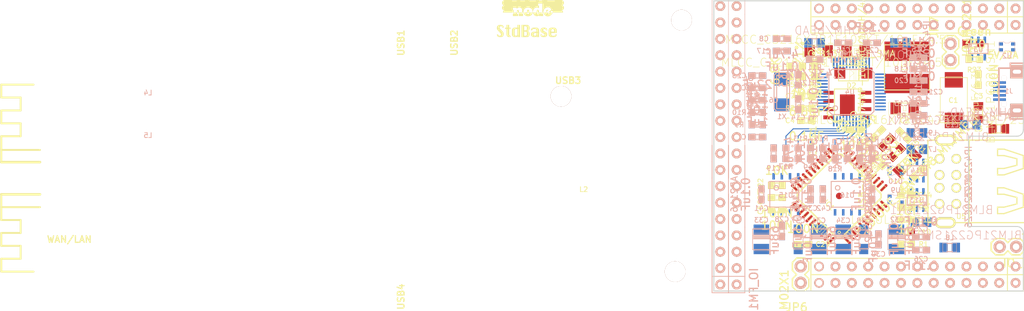
<source format=kicad_pcb>
(kicad_pcb (version 3) (host pcbnew "(2013-03-19 BZR 4004)-stable")
  (layers (15 F.Cu signal hide) (0 B.Cu signal hide) (18 B.Paste user) (19 F.Paste user) (20 B.SilkS user hide) (21 F.SilkS user) (22 B.Mask user) (23 F.Mask user hide) (28 Edge.Cuts user))
  (net 0 "")
  (net 1 +3.3V)
  (net 2 +5V)
  (net 3 /ATMEGA32U4/AREF)
  (net 4 /ATMEGA32U4/AVCC)
  (net 5 /ATMEGA32U4/HWB)
  (net 6 /ATMEGA32U4/MCU5V)
  (net 7 /ATMEGA32U4/MISO)
  (net 8 /ATMEGA32U4/MOSI)
  (net 9 /ATMEGA32U4/RESET)
  (net 10 /ATMEGA32U4/SCK)
  (net 11 /ATMEGA32U4/UGND)
  (net 12 /ATMEGA32U4/VBUS4)
  (net 13 /ATMEGA32U4/WRT33V)
  (net 14 /MCU5V)
  (net 15 /RXD2)
  (net 16 /SDCARD/SD_CS#)
  (net 17 /SPARTAN6/IO_L1N_3)
  (net 18 /SPARTAN6/IO_L1P_3)
  (net 19 /SPARTAN6/IO_L2N_3)
  (net 20 /SPARTAN6/IO_L2P_3)
  (net 21 /SPARTAN6/IO_L31P_2)
  (net 22 /SPARTAN6/IO_L36N_3)
  (net 23 /SPARTAN6/IO_L36P_3)
  (net 24 /SPARTAN6/IO_L37N_3)
  (net 25 /SPARTAN6/IO_L37P_3)
  (net 26 /SPARTAN6/IO_L41N_3)
  (net 27 /SPARTAN6/IO_L64N_2)
  (net 28 /SPARTAN6/IO_L64P_2)
  (net 29 /TXD2)
  (net 30 /uPD720114/D+)
  (net 31 /uPD720114/D-)
  (net 32 /uPD720114/DP+)
  (net 33 /uPD720114/DP-)
  (net 34 /uPD720114/HUB33V)
  (net 35 /uPD720114/VBUS1)
  (net 36 /uPD720114/VBUS2)
  (net 37 /uPD720114/VBUS3)
  (net 38 AGND)
  (net 39 GND)
  (net 40 N-000001)
  (net 41 N-00000100)
  (net 42 N-00000101)
  (net 43 N-00000102)
  (net 44 N-00000103)
  (net 45 N-00000104)
  (net 46 N-00000105)
  (net 47 N-00000106)
  (net 48 N-00000107)
  (net 49 N-00000108)
  (net 50 N-00000109)
  (net 51 N-00000110)
  (net 52 N-00000111)
  (net 53 N-00000112)
  (net 54 N-00000113)
  (net 55 N-00000115)
  (net 56 N-00000116)
  (net 57 N-00000117)
  (net 58 N-00000122)
  (net 59 N-00000123)
  (net 60 N-00000124)
  (net 61 N-00000125)
  (net 62 N-00000126)
  (net 63 N-00000127)
  (net 64 N-00000128)
  (net 65 N-00000131)
  (net 66 N-00000132)
  (net 67 N-00000133)
  (net 68 N-00000136)
  (net 69 N-00000137)
  (net 70 N-00000140)
  (net 71 N-00000141)
  (net 72 N-00000142)
  (net 73 N-00000143)
  (net 74 N-00000155)
  (net 75 N-00000166)
  (net 76 N-000002)
  (net 77 N-0000020)
  (net 78 N-0000025)
  (net 79 N-000003)
  (net 80 N-000004)
  (net 81 N-0000046)
  (net 82 N-000005)
  (net 83 N-000006)
  (net 84 N-000008)
  (net 85 N-0000084)
  (net 86 N-0000099)
  (module rcl-L7070 (layer F.Cu) (at 187.96 60.325 90)
    (fp_text reference L1 (at 0 0.635 360) (layer F.SilkS) (effects (font (size 0.762 0.762) (thickness 0.127))))
    (fp_text value CDRH74NP-100MC/10uH/4A (at 0 -6 90) (layer F.SilkS))
    (pad 1 smd rect (at -2.5 1 90) (size 3 7) (layers F.Cu F.Paste F.Mask) (net 82 N-000005))
    (pad 2 smd rect (at 2.5 1 90) (size 3 7) (layers F.Cu F.Paste F.Mask) (net 1 +3.3V))
  )
  (module rcl-C1206 (layer F.Cu) (at 180.975 57.785 180)
    (fp_text reference C10 (at 0 -1.651 180) (layer F.SilkS) (effects (font (size 0.762 0.762) (thickness 0.127))))
    (fp_text value MLCC_C3216X7R1E106KT/10uF/4.5V (at 2.54 1.778 180) (layer F.SilkS) (effects (font (size 1.27 1.27) (thickness 0.0889))))
    (pad 1 smd rect (at -1.39954 0 180) (size 1.59766 1.79832) (layers F.Cu F.Paste F.Mask) (net 1 +3.3V))
    (pad 2 smd rect (at 1.39954 0 180) (size 1.59766 1.79832) (layers F.Cu F.Paste F.Mask) (net 39 GND))
  )
  (module rcl-C1206 (layer F.Cu) (at 188.595 66.675)
    (fp_text reference C2 (at 0 1.905) (layer F.SilkS) (effects (font (size 0.762 0.762) (thickness 0.127))))
    (fp_text value MLCC_C3216X7R1E475K/4.7uF/25V (at 2.54 1.778) (layer F.SilkS) (effects (font (size 1.27 1.27) (thickness 0.0889))))
    (pad 1 smd rect (at -1.39954 0) (size 1.59766 1.79832) (layers F.Cu F.Paste F.Mask) (net 2 +5V))
    (pad 2 smd rect (at 1.39954 0) (size 1.59766 1.79832) (layers F.Cu F.Paste F.Mask) (net 39 GND))
  )
  (module IC_MP1484EN_SOIC08 (layer F.Cu) (at 179.705 66.167 90)
    (fp_text reference U1 (at -3.683 -0.635 360) (layer F.SilkS) (effects (font (size 0.762 0.762) (thickness 0.127))))
    (fp_text value IC_MP1484EN_SOIC08 (at -0.4 -5.3 90) (layer F.SilkS))
    (pad 1 smd rect (at -1.905 2.921 90) (size 0.6 1.6) (layers F.Cu F.Paste F.Mask) (net 83 N-000006))
    (pad 2 smd rect (at -0.635 2.921 90) (size 0.6 1.6) (layers F.Cu F.Paste F.Mask) (net 2 +5V))
    (pad 3 smd rect (at 0.635 2.921 90) (size 0.6 1.6) (layers F.Cu F.Paste F.Mask) (net 82 N-000005))
    (pad 4 smd rect (at 1.905 2.921 90) (size 0.6 1.6) (layers F.Cu F.Paste F.Mask) (net 39 GND))
    (pad 5 smd rect (at 1.905 -2.921 90) (size 0.6 1.6) (layers F.Cu F.Paste F.Mask) (net 76 N-000002))
    (pad 6 smd rect (at 0.635 -2.921 90) (size 0.6 1.6) (layers F.Cu F.Paste F.Mask) (net 80 N-000004))
    (pad 7 smd rect (at -0.635 -2.921 90) (size 0.6 1.6) (layers F.Cu F.Paste F.Mask) (net 77 N-0000020))
    (pad 8 smd rect (at -1.905 -2.921 90) (size 0.6 1.6) (layers F.Cu F.Paste F.Mask) (net 40 N-000001))
    (pad 9 smd rect (at 0 0 90) (size 3.3 2.3) (layers F.Cu F.Paste F.Mask) (net 39 GND))
  )
  (module C_R_0603 (layer F.Cu) (at 172.72 60.96 90)
    (fp_text reference R6 (at -2.032 0 360) (layer F.SilkS) (effects (font (size 0.762 0.762) (thickness 0.127))))
    (fp_text value 10K/1% (at 0 2.286 90) (layer F.SilkS) (effects (font (size 1.27 1.27) (thickness 0.2032))))
    (pad 1 smd rect (at -0.84836 0 90) (size 0.99822 1.09982) (layers F.Cu F.Adhes F.Paste F.SilkS F.Mask) (net 76 N-000002))
    (pad 2 smd rect (at 0.84836 0 90) (size 0.99822 1.09982) (layers F.Cu F.Adhes F.Paste F.SilkS F.Mask) (net 39 GND))
  )
  (module C_R_0603 (layer F.Cu) (at 173.355 66.675 180)
    (fp_text reference R2 (at 2.54 0 180) (layer F.SilkS) (effects (font (size 0.762 0.762) (thickness 0.127))))
    (fp_text value 100K (at 0 2.286 180) (layer F.SilkS) (effects (font (size 1.27 1.27) (thickness 0.2032))))
    (pad 1 smd rect (at -0.84836 0 180) (size 0.99822 1.09982) (layers F.Cu F.Adhes F.Paste F.SilkS F.Mask) (net 77 N-0000020))
    (pad 2 smd rect (at 0.84836 0 180) (size 0.99822 1.09982) (layers F.Cu F.Adhes F.Paste F.SilkS F.Mask) (net 2 +5V))
  )
  (module C_R_0603 (layer F.Cu) (at 170.815 60.96 270)
    (fp_text reference R5 (at 2.032 0 540) (layer F.SilkS) (effects (font (size 0.762 0.762) (thickness 0.127))))
    (fp_text value 6.8K (at 0 2.286 270) (layer F.SilkS) (effects (font (size 1.27 1.27) (thickness 0.2032))))
    (pad 1 smd rect (at -0.84836 0 270) (size 0.99822 1.09982) (layers F.Cu F.Adhes F.Paste F.SilkS F.Mask) (net 39 GND))
    (pad 2 smd rect (at 0.84836 0 270) (size 0.99822 1.09982) (layers F.Cu F.Adhes F.Paste F.SilkS F.Mask) (net 79 N-000003))
  )
  (module C_R_0603 (layer F.Cu) (at 174.625 60.96 270)
    (fp_text reference R7 (at 2.032 0 540) (layer F.SilkS) (effects (font (size 0.762 0.762) (thickness 0.127))))
    (fp_text value 26.1K/1% (at 0 2.286 270) (layer F.SilkS) (effects (font (size 1.27 1.27) (thickness 0.2032))))
    (pad 1 smd rect (at -0.84836 0 270) (size 0.99822 1.09982) (layers F.Cu F.Adhes F.Paste F.SilkS F.Mask) (net 1 +3.3V))
    (pad 2 smd rect (at 0.84836 0 270) (size 0.99822 1.09982) (layers F.Cu F.Adhes F.Paste F.SilkS F.Mask) (net 76 N-000002))
  )
  (module C_C_0603 (layer F.Cu) (at 180.975 69.977)
    (fp_text reference C9 (at -2.286 0) (layer F.SilkS) (effects (font (size 0.762 0.762) (thickness 0.127))))
    (fp_text value 10NF (at 0 2.413) (layer F.SilkS) (effects (font (size 1.27 1.27) (thickness 0.2032))))
    (pad 1 smd rect (at -0.84836 0) (size 1.09982 0.99822) (layers F.Cu F.Adhes F.Paste F.SilkS F.Mask) (net 83 N-000006))
    (pad 2 smd rect (at 0.84836 0) (size 1.09982 0.99822) (layers F.Cu F.Adhes F.Paste F.SilkS F.Mask) (net 82 N-000005))
  )
  (module C_C_0603 (layer F.Cu) (at 173.355 64.77)
    (fp_text reference C7 (at -2.54 0) (layer F.SilkS) (effects (font (size 0.762 0.762) (thickness 0.127))))
    (fp_text value 6.8NF (at 0 2.413) (layer F.SilkS) (effects (font (size 1.27 1.27) (thickness 0.2032))))
    (pad 1 smd rect (at -0.84836 0) (size 1.09982 0.99822) (layers F.Cu F.Adhes F.Paste F.SilkS F.Mask) (net 79 N-000003))
    (pad 2 smd rect (at 0.84836 0) (size 1.09982 0.99822) (layers F.Cu F.Adhes F.Paste F.SilkS F.Mask) (net 80 N-000004))
  )
  (module C_C_0603 (layer F.Cu) (at 173.355 68.58)
    (fp_text reference C4 (at -2.54 0) (layer F.SilkS) (effects (font (size 0.762 0.762) (thickness 0.127))))
    (fp_text value 0.1UF (at 0 2.413) (layer F.SilkS) (effects (font (size 1.27 1.27) (thickness 0.2032))))
    (pad 1 smd rect (at -0.84836 0) (size 1.09982 0.99822) (layers F.Cu F.Adhes F.Paste F.SilkS F.Mask) (net 39 GND))
    (pad 2 smd rect (at 0.84836 0) (size 1.09982 0.99822) (layers F.Cu F.Adhes F.Paste F.SilkS F.Mask) (net 40 N-000001))
  )
  (module C_CPOL_SMCE (layer F.Cu) (at 196.215 65.405 90)
    (fp_text reference C1 (at -0.0254 -0.0762 180) (layer F.SilkS) (effects (font (size 0.762 0.762) (thickness 0.127))))
    (fp_text value 470uF/6.3V (at 0.508 3.302 90) (layer F.SilkS) (effects (font (size 1.016 1.016) (thickness 0.0889))))
    (pad 1 smd rect (at -3.1496 0 90) (size 2.39776 2.79908) (layers F.Cu F.Paste F.Mask) (net 2 +5V))
    (pad 2 smd rect (at 3.1496 0 90) (size 2.39776 2.79908) (layers F.Cu F.Paste F.Mask) (net 39 GND))
  )
  (module UPD720114-QFP48 (layer B.Cu) (at 180.34 64.135 90)
    (fp_text reference U4 (at 0 -0.254 180) (layer B.SilkS) (effects (font (size 0.762 0.762) (thickness 0.127)) (justify mirror)))
    (fp_text value UPD720114-QFP48 (at -0.2 10.4 90) (layer B.SilkS) (effects (justify mirror)))
    (pad 1 smd rect (at -2.75 -4.5 90) (size 0.25 1.65) (layers B.Cu B.Paste B.Mask) (net 70 N-00000140))
    (pad 2 smd rect (at -2.25 -4.5 90) (size 0.25 1.65) (layers B.Cu B.Paste B.Mask) (net 39 GND))
    (pad 3 smd rect (at -1.75 -4.5 90) (size 0.25 1.65) (layers B.Cu B.Paste B.Mask) (net 39 GND))
    (pad 4 smd rect (at -1.25 -4.5 90) (size 0.25 1.65) (layers B.Cu B.Paste B.Mask) (net 39 GND))
    (pad 5 smd rect (at -0.75 -4.5 90) (size 0.25 1.65) (layers B.Cu B.Paste B.Mask) (net 39 GND))
    (pad 6 smd rect (at -0.25 -4.5 90) (size 0.25 1.65) (layers B.Cu B.Paste B.Mask) (net 39 GND))
    (pad 7 smd rect (at 0.25 -4.5 90) (size 0.25 1.65) (layers B.Cu B.Paste B.Mask) (net 48 N-00000107))
    (pad 8 smd rect (at 0.75 -4.5 90) (size 0.25 1.65) (layers B.Cu B.Paste B.Mask) (net 48 N-00000107))
    (pad 9 smd rect (at 1.25 -4.5 90) (size 0.25 1.65) (layers B.Cu B.Paste B.Mask) (net 34 /uPD720114/HUB33V))
    (pad 10 smd rect (at 1.75 -4.5 90) (size 0.25 1.65) (layers B.Cu B.Paste B.Mask) (net 66 N-00000132))
    (pad 11 smd rect (at 2.25 -4.5 90) (size 0.25 1.65) (layers B.Cu B.Paste B.Mask) (net 41 N-00000100))
    (pad 12 smd rect (at 2.75 -4.5 90) (size 0.25 1.65) (layers B.Cu B.Paste B.Mask) (net 70 N-00000140))
    (pad 13 smd rect (at 4.5 -2.75 90) (size 1.65 0.25) (layers B.Cu B.Paste B.Mask) (net 34 /uPD720114/HUB33V))
    (pad 14 smd rect (at 4.5 -2.25 90) (size 1.65 0.25) (layers B.Cu B.Paste B.Mask) (net 39 GND))
    (pad 15 smd rect (at 4.5 -1.75 90) (size 1.65 0.25) (layers B.Cu B.Paste B.Mask) (net 44 N-00000103))
    (pad 16 smd rect (at 4.5 -1.25 90) (size 1.65 0.25) (layers B.Cu B.Paste B.Mask) (net 71 N-00000141))
    (pad 17 smd rect (at 4.5 -0.75 90) (size 1.65 0.25) (layers B.Cu B.Paste B.Mask) (net 72 N-00000142))
    (pad 18 smd rect (at 4.5 -0.25 90) (size 1.65 0.25) (layers B.Cu B.Paste B.Mask) (net 71 N-00000141))
    (pad 19 smd rect (at 4.5 0.25 90) (size 1.65 0.25) (layers B.Cu B.Paste B.Mask) (net 72 N-00000142))
    (pad 20 smd rect (at 4.5 0.75 90) (size 1.65 0.25) (layers B.Cu B.Paste B.Mask) (net 34 /uPD720114/HUB33V))
    (pad 21 smd rect (at 4.5 1.25 90) (size 1.65 0.25) (layers B.Cu B.Paste B.Mask) (net 43 N-00000102))
    (pad 22 smd rect (at 4.5 1.75 90) (size 1.65 0.25) (layers B.Cu B.Paste B.Mask) (net 42 N-00000101))
    (pad 23 smd rect (at 4.5 2.25 90) (size 1.65 0.25) (layers B.Cu B.Paste B.Mask) (net 39 GND))
    (pad 24 smd rect (at 4.5 2.75 90) (size 1.65 0.25) (layers B.Cu B.Paste B.Mask) (net 70 N-00000140))
    (pad 25 smd rect (at 2.75 4.5 90) (size 0.25 1.65) (layers B.Cu B.Paste B.Mask) (net 33 /uPD720114/DP-))
    (pad 26 smd rect (at 2.25 4.5 90) (size 0.25 1.65) (layers B.Cu B.Paste B.Mask) (net 32 /uPD720114/DP+))
    (pad 27 smd rect (at 1.75 4.5 90) (size 0.25 1.65) (layers B.Cu B.Paste B.Mask) (net 39 GND))
    (pad 28 smd rect (at 1.25 4.5 90) (size 0.25 1.65) (layers B.Cu B.Paste B.Mask))
    (pad 29 smd rect (at 0.75 4.5 90) (size 0.25 1.65) (layers B.Cu B.Paste B.Mask))
    (pad 30 smd rect (at 0.25 4.5 90) (size 0.25 1.65) (layers B.Cu B.Paste B.Mask) (net 34 /uPD720114/HUB33V))
    (pad 31 smd rect (at -0.25 4.5 90) (size 0.25 1.65) (layers B.Cu B.Paste B.Mask) (net 59 N-00000123))
    (pad 32 smd rect (at -0.75 4.5 90) (size 0.25 1.65) (layers B.Cu B.Paste B.Mask) (net 60 N-00000124))
    (pad 33 smd rect (at -1.25 4.5 90) (size 0.25 1.65) (layers B.Cu B.Paste B.Mask) (net 70 N-00000140))
    (pad 34 smd rect (at -1.75 4.5 90) (size 0.25 1.65) (layers B.Cu B.Paste B.Mask) (net 68 N-00000136))
    (pad 35 smd rect (at -2.25 4.5 90) (size 0.25 1.65) (layers B.Cu B.Paste B.Mask) (net 58 N-00000122))
    (pad 36 smd rect (at -2.75 4.5 90) (size 0.25 1.65) (layers B.Cu B.Paste B.Mask) (net 39 GND))
    (pad 37 smd rect (at -4.5 2.75 90) (size 1.65 0.25) (layers B.Cu B.Paste B.Mask) (net 45 N-00000104))
    (pad 38 smd rect (at -4.5 2.25 90) (size 1.65 0.25) (layers B.Cu B.Paste B.Mask) (net 47 N-00000106))
    (pad 39 smd rect (at -4.5 1.75 90) (size 1.65 0.25) (layers B.Cu B.Paste B.Mask) (net 53 N-00000112))
    (pad 40 smd rect (at -4.5 1.25 90) (size 1.65 0.25) (layers B.Cu B.Paste B.Mask) (net 54 N-00000113))
    (pad 41 smd rect (at -4.5 0.75 90) (size 1.65 0.25) (layers B.Cu B.Paste B.Mask) (net 46 N-00000105))
    (pad 42 smd rect (at -4.5 0.25 90) (size 1.65 0.25) (layers B.Cu B.Paste B.Mask) (net 39 GND))
    (pad 43 smd rect (at -4.5 -0.25 90) (size 1.65 0.25) (layers B.Cu B.Paste B.Mask) (net 49 N-00000108))
    (pad 44 smd rect (at -4.5 -0.75 90) (size 1.65 0.25) (layers B.Cu B.Paste B.Mask) (net 50 N-00000109))
    (pad 45 smd rect (at -4.5 -1.25 90) (size 1.65 0.25) (layers B.Cu B.Paste B.Mask) (net 52 N-00000111))
    (pad 46 smd rect (at -4.5 -1.75 90) (size 1.65 0.25) (layers B.Cu B.Paste B.Mask) (net 51 N-00000110))
    (pad 47 smd rect (at -4.5 -2.25 90) (size 1.65 0.25) (layers B.Cu B.Paste B.Mask) (net 86 N-0000099))
    (pad 48 smd rect (at -4.5 -2.75 90) (size 1.65 0.25) (layers B.Cu B.Paste B.Mask) (net 34 /uPD720114/HUB33V))
  )
  (module rcl-L0805 (layer B.Cu) (at 174.625 56.515)
    (fp_text reference L5 hide)
    (fp_text value 32OHM/BEAD (at 3.175 -1.905) (layer B.SilkS) (effects (font (size 1.27 1.27) (thickness 0.0889)) (justify mirror)))
    (pad 1 smd rect (at -0.94996 0) (size 1.29794 1.4986) (layers B.Cu B.Paste B.Mask) (net 39 GND))
    (pad 2 smd rect (at 0.94996 0) (size 1.29794 1.4986) (layers B.Cu B.Paste B.Mask) (net 71 N-00000141))
  )
  (module rcl-L0805 (layer B.Cu) (at 191.135 84.328)
    (fp_text reference L6 (at 2.4765 0) (layer B.SilkS) (effects (font (size 0.762 0.762) (thickness 0.127)) (justify mirror)))
    (fp_text value BLM21PG221SN1 (at 3.175 -1.905) (layer B.SilkS) (effects (font (size 1.27 1.27) (thickness 0.0889)) (justify mirror)))
    (pad 1 smd rect (at -0.94996 0) (size 1.29794 1.4986) (layers B.Cu B.Paste B.Mask) (net 36 /uPD720114/VBUS2))
    (pad 2 smd rect (at 0.94996 0) (size 1.29794 1.4986) (layers B.Cu B.Paste B.Mask) (net 63 N-00000127))
  )
  (module rcl-L0805 (layer B.Cu) (at 190.5 73.025)
    (fp_text reference L7 (at 2.413 0) (layer B.SilkS) (effects (font (size 0.762 0.762) (thickness 0.127)) (justify mirror)))
    (fp_text value BLM21PG221SN1 (at 3.175 -1.905) (layer B.SilkS) (effects (font (size 1.27 1.27) (thickness 0.0889)) (justify mirror)))
    (pad 1 smd rect (at -0.94996 0) (size 1.29794 1.4986) (layers B.Cu B.Paste B.Mask) (net 39 GND))
    (pad 2 smd rect (at 0.94996 0) (size 1.29794 1.4986) (layers B.Cu B.Paste B.Mask) (net 64 N-00000128))
  )
  (module rcl-L0805 (layer B.Cu) (at 195.58 88.265)
    (fp_text reference L8 (at 0 -1.524) (layer B.SilkS) (effects (font (size 0.762 0.762) (thickness 0.127)) (justify mirror)))
    (fp_text value BLM21PG221SN1 (at 3.175 -1.905) (layer B.SilkS) (effects (font (size 1.27 1.27) (thickness 0.0889)) (justify mirror)))
    (pad 1 smd rect (at -0.94996 0) (size 1.29794 1.4986) (layers B.Cu B.Paste B.Mask) (net 35 /uPD720114/VBUS1))
    (pad 2 smd rect (at 0.94996 0) (size 1.29794 1.4986) (layers B.Cu B.Paste B.Mask) (net 62 N-00000126))
  )
  (module rcl-L0805 (layer B.Cu) (at 187.96 56.515 180)
    (fp_text reference L4 hide)
    (fp_text value 32OHM/BEAD (at 3.175 -1.905 180) (layer B.SilkS) (effects (font (size 1.27 1.27) (thickness 0.0889)) (justify mirror)))
    (pad 1 smd rect (at -0.94996 0 180) (size 1.29794 1.4986) (layers B.Cu B.Paste B.Mask) (net 70 N-00000140))
    (pad 2 smd rect (at 0.94996 0 180) (size 1.29794 1.4986) (layers B.Cu B.Paste B.Mask) (net 72 N-00000142))
  )
  (module rcl-L0805 (layer B.Cu) (at 190.5 70.485)
    (fp_text reference L9 (at 2.413 0) (layer B.SilkS) (effects (font (size 0.762 0.762) (thickness 0.127)) (justify mirror)))
    (fp_text value BLM21PG221SN1 (at 3.175 -1.905) (layer B.SilkS) (effects (font (size 1.27 1.27) (thickness 0.0889)) (justify mirror)))
    (pad 1 smd rect (at -0.94996 0) (size 1.29794 1.4986) (layers B.Cu B.Paste B.Mask) (net 39 GND))
    (pad 2 smd rect (at 0.94996 0) (size 1.29794 1.4986) (layers B.Cu B.Paste B.Mask) (net 61 N-00000125))
  )
  (module rcl-L0805 (layer F.Cu) (at 203.2 69.85 180)
    (fp_text reference L2 hide)
    (fp_text value 32OHM/BEAD (at 3.175 1.905 180) (layer B.SilkS) (effects (font (size 1.27 1.27) (thickness 0.0889))))
    (pad 1 smd rect (at -0.94996 0 180) (size 1.29794 1.4986) (layers F.Cu F.Paste F.Mask) (net 78 N-0000025))
    (pad 2 smd rect (at 0.94996 0 180) (size 1.29794 1.4986) (layers F.Cu F.Paste F.Mask) (net 39 GND))
  )
  (module rcl-L0805 (layer F.Cu) (at 200.025 67.31 90)
    (fp_text reference L3 (at -2.54 0 360) (layer F.SilkS) (effects (font (size 0.762 0.762) (thickness 0.127))))
    (fp_text value BLM21PG221SN1 (at 3.175 1.905 90) (layer F.SilkS) (effects (font (size 1.27 1.27) (thickness 0.0889))))
    (pad 1 smd rect (at -0.94996 0 90) (size 1.29794 1.4986) (layers F.Cu F.Paste F.Mask) (net 84 N-000008))
    (pad 2 smd rect (at 0.94996 0 90) (size 1.29794 1.4986) (layers F.Cu F.Paste F.Mask) (net 2 +5V))
  )
  (module rcl-L0805 (layer B.Cu) (at 198.755 69.215)
    (fp_text reference L15 (at -2.794 0) (layer B.SilkS) (effects (font (size 0.762 0.762) (thickness 0.127)) (justify mirror)))
    (fp_text value 32OHM/BEAD (at 3.175 -1.905) (layer B.SilkS) (effects (font (size 1.27 1.27) (thickness 0.0889)) (justify mirror)))
    (pad 1 smd rect (at -0.94996 0) (size 1.29794 1.4986) (layers B.Cu B.Paste B.Mask) (net 55 N-00000115))
    (pad 2 smd rect (at 0.94996 0) (size 1.29794 1.4986) (layers B.Cu B.Paste B.Mask) (net 39 GND))
  )
  (module IO_FM13X2 (layer F.Cu) (at 205.8 91.2)
    (fp_text reference JP1 hide)
    (fp_text value IO_FM13X2 hide)
    (pad 1 thru_hole circle (at 0 0 180) (size 1.524 1.524) (drill 0.812799) (layers *.Cu *.Paste *.SilkS *.Mask) (net 85 N-0000084))
    (pad 2 thru_hole circle (at 0 2.54 180) (size 1.524 1.524) (drill 0.812799) (layers *.Cu *.Paste *.SilkS *.Mask) (net 85 N-0000084))
    (pad 3 thru_hole circle (at -2.54 0 180) (size 1.524 1.524) (drill 0.812799) (layers *.Cu *.Paste *.SilkS *.Mask) (net 39 GND))
    (pad 4 thru_hole circle (at -2.54 2.54 180) (size 1.524 1.524) (drill 0.812799) (layers *.Cu *.Paste *.SilkS *.Mask) (net 39 GND))
    (pad 5 thru_hole circle (at -5.08 0 180) (size 1.524 1.524) (drill 0.812799) (layers *.Cu *.Paste *.SilkS *.Mask) (net 39 GND))
    (pad 6 thru_hole circle (at -5.08 2.54 180) (size 1.524 1.524) (drill 0.812799) (layers *.Cu *.Paste *.SilkS *.Mask))
    (pad 7 thru_hole circle (at -7.62 0 180) (size 1.524 1.524) (drill 0.812799) (layers *.Cu *.Paste *.SilkS *.Mask) (net 15 /RXD2))
    (pad 8 thru_hole circle (at -7.62 2.54 180) (size 1.524 1.524) (drill 0.812799) (layers *.Cu *.Paste *.SilkS *.Mask) (net 29 /TXD2))
    (pad 9 thru_hole circle (at -10.16 0 180) (size 1.524 1.524) (drill 0.812799) (layers *.Cu *.Paste *.SilkS *.Mask))
    (pad 10 thru_hole circle (at -10.16 2.54 180) (size 1.524 1.524) (drill 0.812799) (layers *.Cu *.Paste *.SilkS *.Mask))
    (pad 11 thru_hole circle (at -12.7 0 180) (size 1.524 1.524) (drill 0.812799) (layers *.Cu *.Paste *.SilkS *.Mask))
    (pad 12 thru_hole circle (at -12.7 2.54 180) (size 1.524 1.524) (drill 0.812799) (layers *.Cu *.Paste *.SilkS *.Mask))
    (pad 13 thru_hole circle (at -15.24 0 180) (size 1.524 1.524) (drill 0.812799) (layers *.Cu *.Paste *.SilkS *.Mask))
    (pad 14 thru_hole circle (at -15.24 2.54 180) (size 1.524 1.524) (drill 0.812799) (layers *.Cu *.Paste *.SilkS *.Mask))
    (pad 15 thru_hole circle (at -17.78 0 180) (size 1.524 1.524) (drill 0.812799) (layers *.Cu *.Paste *.SilkS *.Mask))
    (pad 16 thru_hole circle (at -17.78 2.54 180) (size 1.524 1.524) (drill 0.812799) (layers *.Cu *.Paste *.SilkS *.Mask))
    (pad 17 thru_hole circle (at -20.32 0 180) (size 1.524 1.524) (drill 0.812799) (layers *.Cu *.Paste *.SilkS *.Mask))
    (pad 18 thru_hole circle (at -20.32 2.54 180) (size 1.524 1.524) (drill 0.812799) (layers *.Cu *.Paste *.SilkS *.Mask))
    (pad 19 thru_hole circle (at -22.86 0) (size 1.524 1.524) (drill 0.812799) (layers *.Cu *.Paste *.SilkS *.Mask))
    (pad 20 thru_hole circle (at -22.86 2.54) (size 1.524 1.524) (drill 0.812799) (layers *.Cu *.Paste *.SilkS *.Mask))
    (pad 21 thru_hole circle (at -25.4 0) (size 1.524 1.524) (drill 0.812799) (layers *.Cu *.Paste *.SilkS *.Mask) (net 39 GND))
    (pad 22 thru_hole circle (at -25.4 2.54) (size 1.524 1.524) (drill 0.812799) (layers *.Cu *.Paste *.SilkS *.Mask))
    (pad 23 thru_hole circle (at -27.94 0) (size 1.524 1.524) (drill 0.812799) (layers *.Cu *.Paste *.SilkS *.Mask))
    (pad 24 thru_hole circle (at -27.94 2.54) (size 1.524 1.524) (drill 0.812799) (layers *.Cu *.Paste *.SilkS *.Mask))
    (pad 25 thru_hole circle (at -30.48 0) (size 1.50622 1.50622) (drill 0.998218) (layers *.Cu *.Paste *.SilkS *.Mask))
    (pad 26 thru_hole circle (at -30.48 2.54) (size 1.50622 1.50622) (drill 0.998218) (layers *.Cu *.Paste *.SilkS *.Mask))
  )
  (module IO_FM13X2 (layer F.Cu) (at 205.8 51.2)
    (fp_text reference JP2 hide)
    (fp_text value IO_FM13X2 hide)
    (pad 1 thru_hole circle (at 0 0 180) (size 1.524 1.524) (drill 0.812799) (layers *.Cu *.Paste *.SilkS *.Mask) (net 39 GND))
    (pad 2 thru_hole circle (at 0 2.54 180) (size 1.524 1.524) (drill 0.812799) (layers *.Cu *.Paste *.SilkS *.Mask) (net 31 /uPD720114/D-))
    (pad 3 thru_hole circle (at -2.54 0 180) (size 1.524 1.524) (drill 0.812799) (layers *.Cu *.Paste *.SilkS *.Mask))
    (pad 4 thru_hole circle (at -2.54 2.54 180) (size 1.524 1.524) (drill 0.812799) (layers *.Cu *.Paste *.SilkS *.Mask) (net 30 /uPD720114/D+))
    (pad 5 thru_hole circle (at -5.08 0 180) (size 1.524 1.524) (drill 0.812799) (layers *.Cu *.Paste *.SilkS *.Mask))
    (pad 6 thru_hole circle (at -5.08 2.54 180) (size 1.524 1.524) (drill 0.812799) (layers *.Cu *.Paste *.SilkS *.Mask) (net 39 GND))
    (pad 7 thru_hole circle (at -7.62 0 180) (size 1.524 1.524) (drill 0.812799) (layers *.Cu *.Paste *.SilkS *.Mask))
    (pad 8 thru_hole circle (at -7.62 2.54 180) (size 1.524 1.524) (drill 0.812799) (layers *.Cu *.Paste *.SilkS *.Mask))
    (pad 9 thru_hole circle (at -10.16 0 180) (size 1.524 1.524) (drill 0.812799) (layers *.Cu *.Paste *.SilkS *.Mask))
    (pad 10 thru_hole circle (at -10.16 2.54 180) (size 1.524 1.524) (drill 0.812799) (layers *.Cu *.Paste *.SilkS *.Mask))
    (pad 11 thru_hole circle (at -12.7 0 180) (size 1.524 1.524) (drill 0.812799) (layers *.Cu *.Paste *.SilkS *.Mask))
    (pad 12 thru_hole circle (at -12.7 2.54 180) (size 1.524 1.524) (drill 0.812799) (layers *.Cu *.Paste *.SilkS *.Mask))
    (pad 13 thru_hole circle (at -15.24 0 180) (size 1.524 1.524) (drill 0.812799) (layers *.Cu *.Paste *.SilkS *.Mask))
    (pad 14 thru_hole circle (at -15.24 2.54 180) (size 1.524 1.524) (drill 0.812799) (layers *.Cu *.Paste *.SilkS *.Mask))
    (pad 15 thru_hole circle (at -17.78 0 180) (size 1.524 1.524) (drill 0.812799) (layers *.Cu *.Paste *.SilkS *.Mask))
    (pad 16 thru_hole circle (at -17.78 2.54 180) (size 1.524 1.524) (drill 0.812799) (layers *.Cu *.Paste *.SilkS *.Mask))
    (pad 17 thru_hole circle (at -20.32 0 180) (size 1.524 1.524) (drill 0.812799) (layers *.Cu *.Paste *.SilkS *.Mask))
    (pad 18 thru_hole circle (at -20.32 2.54 180) (size 1.524 1.524) (drill 0.812799) (layers *.Cu *.Paste *.SilkS *.Mask))
    (pad 19 thru_hole circle (at -22.86 0) (size 1.524 1.524) (drill 0.812799) (layers *.Cu *.Paste *.SilkS *.Mask))
    (pad 20 thru_hole circle (at -22.86 2.54) (size 1.524 1.524) (drill 0.812799) (layers *.Cu *.Paste *.SilkS *.Mask))
    (pad 21 thru_hole circle (at -25.4 0) (size 1.524 1.524) (drill 0.812799) (layers *.Cu *.Paste *.SilkS *.Mask))
    (pad 22 thru_hole circle (at -25.4 2.54) (size 1.524 1.524) (drill 0.812799) (layers *.Cu *.Paste *.SilkS *.Mask))
    (pad 23 thru_hole circle (at -27.94 0) (size 1.524 1.524) (drill 0.812799) (layers *.Cu *.Paste *.SilkS *.Mask))
    (pad 24 thru_hole circle (at -27.94 2.54) (size 1.524 1.524) (drill 0.812799) (layers *.Cu *.Paste *.SilkS *.Mask))
    (pad 25 thru_hole circle (at -30.48 0) (size 1.50622 1.50622) (drill 0.998218) (layers *.Cu *.Paste *.SilkS *.Mask))
    (pad 26 thru_hole circle (at -30.48 2.54) (size 1.50622 1.50622) (drill 0.998218) (layers *.Cu *.Paste *.SilkS *.Mask))
  )
  (module C_R_0603 (layer B.Cu) (at 165.735 67.31)
    (fp_text reference R10 (at -2.794 0) (layer B.SilkS) (effects (font (size 0.762 0.762) (thickness 0.127)) (justify mirror)))
    (fp_text value 15k (at 0 -2.286) (layer B.SilkS) (effects (font (size 1.27 1.27) (thickness 0.2032)) (justify mirror)))
    (pad 1 smd rect (at -0.84836 0) (size 0.99822 1.09982) (layers B.Cu B.Adhes B.Paste B.SilkS B.Mask) (net 39 GND))
    (pad 2 smd rect (at 0.84836 0) (size 0.99822 1.09982) (layers B.Cu B.Adhes B.Paste B.SilkS B.Mask) (net 86 N-0000099))
  )
  (module C_R_0603 (layer B.Cu) (at 174.625 59.055 180)
    (fp_text reference R11 (at 0 -1.27 180) (layer B.SilkS) (effects (font (size 0.762 0.762) (thickness 0.127)) (justify mirror)))
    (fp_text value 2.43k/1% (at 0 -2.286 180) (layer B.SilkS) (effects (font (size 1.27 1.27) (thickness 0.2032)) (justify mirror)))
    (pad 1 smd rect (at -0.84836 0 180) (size 0.99822 1.09982) (layers B.Cu B.Adhes B.Paste B.SilkS B.Mask) (net 71 N-00000141))
    (pad 2 smd rect (at 0.84836 0 180) (size 0.99822 1.09982) (layers B.Cu B.Adhes B.Paste B.SilkS B.Mask) (net 44 N-00000103))
  )
  (module C_R_0603 (layer B.Cu) (at 190.754 67.818)
    (fp_text reference R8 (at -2.667 0) (layer B.SilkS) (effects (font (size 0.762 0.762) (thickness 0.127)) (justify mirror)))
    (fp_text value 10K (at 0 -2.286) (layer B.SilkS) (effects (font (size 1.27 1.27) (thickness 0.2032)) (justify mirror)))
    (pad 1 smd rect (at -0.84836 0) (size 0.99822 1.09982) (layers B.Cu B.Adhes B.Paste B.SilkS B.Mask) (net 45 N-00000104))
    (pad 2 smd rect (at 0.84836 0) (size 0.99822 1.09982) (layers B.Cu B.Adhes B.Paste B.SilkS B.Mask) (net 1 +3.3V))
  )
  (module C_R_0603 (layer B.Cu) (at 165.735 69.215)
    (fp_text reference R9 (at -2.794 0) (layer B.SilkS) (effects (font (size 0.762 0.762) (thickness 0.127)) (justify mirror)))
    (fp_text value 10k (at 0 -2.286) (layer B.SilkS) (effects (font (size 1.27 1.27) (thickness 0.2032)) (justify mirror)))
    (pad 1 smd rect (at -0.84836 0) (size 0.99822 1.09982) (layers B.Cu B.Adhes B.Paste B.SilkS B.Mask) (net 2 +5V))
    (pad 2 smd rect (at 0.84836 0) (size 0.99822 1.09982) (layers B.Cu B.Adhes B.Paste B.SilkS B.Mask) (net 86 N-0000099))
  )
  (module C_R_0603 (layer B.Cu) (at 181.61 73.66 270)
    (fp_text reference R20 (at 2.032 0 360) (layer B.SilkS) (effects (font (size 0.762 0.762) (thickness 0.127)) (justify mirror)))
    (fp_text value 10K (at 0 -2.286 270) (layer B.SilkS) (effects (font (size 1.27 1.27) (thickness 0.2032)) (justify mirror)))
    (pad 1 smd rect (at -0.84836 0 270) (size 0.99822 1.09982) (layers B.Cu B.Adhes B.Paste B.SilkS B.Mask) (net 53 N-00000112))
    (pad 2 smd rect (at 0.84836 0 270) (size 0.99822 1.09982) (layers B.Cu B.Adhes B.Paste B.SilkS B.Mask) (net 34 /uPD720114/HUB33V))
  )
  (module C_R_0603 (layer B.Cu) (at 183.515 73.66 270)
    (fp_text reference R16 (at -2.159 0 360) (layer B.SilkS) (effects (font (size 0.762 0.762) (thickness 0.127)) (justify mirror)))
    (fp_text value 510K (at 0 -2.286 270) (layer B.SilkS) (effects (font (size 1.27 1.27) (thickness 0.2032)) (justify mirror)))
    (pad 1 smd rect (at -0.84836 0 270) (size 0.99822 1.09982) (layers B.Cu B.Adhes B.Paste B.SilkS B.Mask) (net 47 N-00000106))
    (pad 2 smd rect (at 0.84836 0 270) (size 0.99822 1.09982) (layers B.Cu B.Adhes B.Paste B.SilkS B.Mask) (net 34 /uPD720114/HUB33V))
  )
  (module C_R_0603 (layer B.Cu) (at 179.705 73.66 270)
    (fp_text reference R14 (at -2.159 0 360) (layer B.SilkS) (effects (font (size 0.762 0.762) (thickness 0.127)) (justify mirror)))
    (fp_text value 510K (at 0 -2.286 270) (layer B.SilkS) (effects (font (size 1.27 1.27) (thickness 0.2032)) (justify mirror)))
    (pad 1 smd rect (at -0.84836 0 270) (size 0.99822 1.09982) (layers B.Cu B.Adhes B.Paste B.SilkS B.Mask) (net 54 N-00000113))
    (pad 2 smd rect (at 0.84836 0 270) (size 0.99822 1.09982) (layers B.Cu B.Adhes B.Paste B.SilkS B.Mask) (net 34 /uPD720114/HUB33V))
  )
  (module C_R_0603 (layer B.Cu) (at 173.99 73.66 270)
    (fp_text reference R19 (at 2.159 0 360) (layer B.SilkS) (effects (font (size 0.762 0.762) (thickness 0.127)) (justify mirror)))
    (fp_text value 10K (at 0 -2.286 270) (layer B.SilkS) (effects (font (size 1.27 1.27) (thickness 0.2032)) (justify mirror)))
    (pad 1 smd rect (at -0.84836 0 270) (size 0.99822 1.09982) (layers B.Cu B.Adhes B.Paste B.SilkS B.Mask) (net 50 N-00000109))
    (pad 2 smd rect (at 0.84836 0 270) (size 0.99822 1.09982) (layers B.Cu B.Adhes B.Paste B.SilkS B.Mask) (net 34 /uPD720114/HUB33V))
  )
  (module C_R_0603 (layer B.Cu) (at 170.18 73.66 270)
    (fp_text reference R17 (at 2.032 0 360) (layer B.SilkS) (effects (font (size 0.762 0.762) (thickness 0.127)) (justify mirror)))
    (fp_text value 10K (at 0 -2.286 270) (layer B.SilkS) (effects (font (size 1.27 1.27) (thickness 0.2032)) (justify mirror)))
    (pad 1 smd rect (at -0.84836 0 270) (size 0.99822 1.09982) (layers B.Cu B.Adhes B.Paste B.SilkS B.Mask) (net 51 N-00000110))
    (pad 2 smd rect (at 0.84836 0 270) (size 0.99822 1.09982) (layers B.Cu B.Adhes B.Paste B.SilkS B.Mask) (net 34 /uPD720114/HUB33V))
  )
  (module C_R_0603 (layer B.Cu) (at 175.895 73.66 270)
    (fp_text reference R15 (at -2.286 0.254 360) (layer B.SilkS) (effects (font (size 0.762 0.762) (thickness 0.127)) (justify mirror)))
    (fp_text value 510K (at 0 -2.286 270) (layer B.SilkS) (effects (font (size 1.27 1.27) (thickness 0.2032)) (justify mirror)))
    (pad 1 smd rect (at -0.84836 0 270) (size 0.99822 1.09982) (layers B.Cu B.Adhes B.Paste B.SilkS B.Mask) (net 49 N-00000108))
    (pad 2 smd rect (at 0.84836 0 270) (size 0.99822 1.09982) (layers B.Cu B.Adhes B.Paste B.SilkS B.Mask) (net 34 /uPD720114/HUB33V))
  )
  (module C_R_0603 (layer B.Cu) (at 177.8 73.66 270)
    (fp_text reference R18 (at 2.413 0 360) (layer B.SilkS) (effects (font (size 0.762 0.762) (thickness 0.127)) (justify mirror)))
    (fp_text value 10K (at 0 -2.286 270) (layer B.SilkS) (effects (font (size 1.27 1.27) (thickness 0.2032)) (justify mirror)))
    (pad 1 smd rect (at -0.84836 0 270) (size 0.99822 1.09982) (layers B.Cu B.Adhes B.Paste B.SilkS B.Mask) (net 46 N-00000105))
    (pad 2 smd rect (at 0.84836 0 270) (size 0.99822 1.09982) (layers B.Cu B.Adhes B.Paste B.SilkS B.Mask) (net 34 /uPD720114/HUB33V))
  )
  (module C_R_0603 (layer F.Cu) (at 188.849 87.757 180)
    (fp_text reference R1 (at -2.667 0 180) (layer F.SilkS) (effects (font (size 0.762 0.762) (thickness 0.127))))
    (fp_text value 1M (at 0 2.286 180) (layer F.SilkS) (effects (font (size 1.27 1.27) (thickness 0.2032))))
    (pad 1 smd rect (at -0.84836 0 180) (size 0.99822 1.09982) (layers F.Cu F.Adhes F.Paste F.SilkS F.Mask) (net 39 GND))
    (pad 2 smd rect (at 0.84836 0 180) (size 0.99822 1.09982) (layers F.Cu F.Adhes F.Paste F.SilkS F.Mask) (net 38 AGND))
  )
  (module C_R_0603 (layer B.Cu) (at 172.085 62.23 90)
    (fp_text reference R12 (at -0.508 1.778 180) (layer B.SilkS) (effects (font (size 0.762 0.762) (thickness 0.127)) (justify mirror)))
    (fp_text value 33 (at 0 -2.286 90) (layer B.SilkS) (effects (font (size 1.27 1.27) (thickness 0.2032)) (justify mirror)))
    (pad 1 smd rect (at -0.84836 0 90) (size 0.99822 1.09982) (layers B.Cu B.Adhes B.Paste B.SilkS B.Mask) (net 41 N-00000100))
    (pad 2 smd rect (at 0.84836 0 90) (size 0.99822 1.09982) (layers B.Cu B.Adhes B.Paste B.SilkS B.Mask) (net 67 N-00000133))
  )
  (module C_R_0603 (layer B.Cu) (at 172.085 73.66 270)
    (fp_text reference R13 (at -2.286 -0.381 360) (layer B.SilkS) (effects (font (size 0.762 0.762) (thickness 0.127)) (justify mirror)))
    (fp_text value 510K (at 0 -2.286 270) (layer B.SilkS) (effects (font (size 1.27 1.27) (thickness 0.2032)) (justify mirror)))
    (pad 1 smd rect (at -0.84836 0 270) (size 0.99822 1.09982) (layers B.Cu B.Adhes B.Paste B.SilkS B.Mask) (net 52 N-00000111))
    (pad 2 smd rect (at 0.84836 0 270) (size 0.99822 1.09982) (layers B.Cu B.Adhes B.Paste B.SilkS B.Mask) (net 34 /uPD720114/HUB33V))
  )
  (module C_CRY_5.0-3.2 (layer B.Cu) (at 169.545 64.135 270)
    (fp_text reference X1 (at 3.81 0 360) (layer B.SilkS) (effects (font (size 0.762 0.762) (thickness 0.127)) (justify mirror)))
    (fp_text value 30MHz (at -0.09 4.95 270) (layer B.SilkS) (effects (justify mirror)))
    (pad 1 smd rect (at -2 0 270) (size 2 2.4) (layers B.Cu B.Paste B.Mask) (net 67 N-00000133))
    (pad 2 smd rect (at 2 0 270) (size 2 2.4) (layers B.Cu B.Paste B.Mask) (net 66 N-00000132))
  )
  (module C_C_0603 (layer B.Cu) (at 169.545 85.725 270)
    (fp_text reference C28 (at -1.8415 0 360) (layer B.SilkS) (effects (font (size 0.762 0.762) (thickness 0.127)) (justify mirror)))
    (fp_text value 0.1uF (at 0 -2.413 270) (layer B.SilkS) (effects (font (size 1.27 1.27) (thickness 0.2032)) (justify mirror)))
    (pad 1 smd rect (at -0.84836 0 270) (size 1.09982 0.99822) (layers B.Cu B.Adhes B.Paste B.SilkS B.Mask) (net 2 +5V))
    (pad 2 smd rect (at 0.84836 0 270) (size 1.09982 0.99822) (layers B.Cu B.Adhes B.Paste B.SilkS B.Mask) (net 39 GND))
  )
  (module C_C_0603 (layer F.Cu) (at 200.025 62.23 90)
    (fp_text reference C3 (at -2.54 0 360) (layer F.SilkS) (effects (font (size 0.762 0.762) (thickness 0.127))))
    (fp_text value 100N (at 0 2.413 90) (layer F.SilkS) (effects (font (size 1.27 1.27) (thickness 0.2032))))
    (pad 1 smd rect (at -0.84836 0 90) (size 1.09982 0.99822) (layers F.Cu F.Adhes F.Paste F.SilkS F.Mask) (net 2 +5V))
    (pad 2 smd rect (at 0.84836 0 90) (size 1.09982 0.99822) (layers F.Cu F.Adhes F.Paste F.SilkS F.Mask) (net 39 GND))
  )
  (module C_C_0603 (layer F.Cu) (at 168.783 82.423)
    (fp_text reference C5 (at -2.54 0 90) (layer F.SilkS) (effects (font (size 0.762 0.762) (thickness 0.127))))
    (fp_text value 100N (at 0 2.413) (layer F.SilkS) (effects (font (size 1.27 1.27) (thickness 0.2032))))
    (pad 1 smd rect (at -0.84836 0) (size 1.09982 0.99822) (layers F.Cu F.Adhes F.Paste F.SilkS F.Mask) (net 39 GND))
    (pad 2 smd rect (at 0.84836 0) (size 1.09982 0.99822) (layers F.Cu F.Adhes F.Paste F.SilkS F.Mask) (net 6 /ATMEGA32U4/MCU5V))
  )
  (module C_C_0603 (layer B.Cu) (at 184.531 86.995 270)
    (fp_text reference C30 (at 2.286 0 360) (layer B.SilkS) (effects (font (size 0.762 0.762) (thickness 0.127)) (justify mirror)))
    (fp_text value 0.1uF (at 0 -2.413 270) (layer B.SilkS) (effects (font (size 1.27 1.27) (thickness 0.2032)) (justify mirror)))
    (pad 1 smd rect (at -0.84836 0 270) (size 1.09982 0.99822) (layers B.Cu B.Adhes B.Paste B.SilkS B.Mask) (net 2 +5V))
    (pad 2 smd rect (at 0.84836 0 270) (size 1.09982 0.99822) (layers B.Cu B.Adhes B.Paste B.SilkS B.Mask) (net 39 GND))
  )
  (module C_C_0603 (layer B.Cu) (at 190.754 65.913 180)
    (fp_text reference C13 (at 2.667 0 180) (layer B.SilkS) (effects (font (size 0.762 0.762) (thickness 0.127)) (justify mirror)))
    (fp_text value 1uF (at 0 -2.413 180) (layer B.SilkS) (effects (font (size 1.27 1.27) (thickness 0.2032)) (justify mirror)))
    (pad 1 smd rect (at -0.84836 0 180) (size 1.09982 0.99822) (layers B.Cu B.Adhes B.Paste B.SilkS B.Mask) (net 39 GND))
    (pad 2 smd rect (at 0.84836 0 180) (size 1.09982 0.99822) (layers B.Cu B.Adhes B.Paste B.SilkS B.Mask) (net 45 N-00000104))
  )
  (module C_C_0603 (layer B.Cu) (at 190.754 64.135)
    (fp_text reference C21 (at 2.667 0) (layer B.SilkS) (effects (font (size 0.762 0.762) (thickness 0.127)) (justify mirror)))
    (fp_text value 0.1uF (at 0 -2.413) (layer B.SilkS) (effects (font (size 1.27 1.27) (thickness 0.2032)) (justify mirror)))
    (pad 1 smd rect (at -0.84836 0) (size 1.09982 0.99822) (layers B.Cu B.Adhes B.Paste B.SilkS B.Mask) (net 70 N-00000140))
    (pad 2 smd rect (at 0.84836 0) (size 1.09982 0.99822) (layers B.Cu B.Adhes B.Paste B.SilkS B.Mask) (net 39 GND))
  )
  (module C_C_0603 (layer B.Cu) (at 190.754 62.357)
    (fp_text reference C20 (at -2.667 0) (layer B.SilkS) (effects (font (size 0.762 0.762) (thickness 0.127)) (justify mirror)))
    (fp_text value 0.1uF (at 0 -2.413) (layer B.SilkS) (effects (font (size 1.27 1.27) (thickness 0.2032)) (justify mirror)))
    (pad 1 smd rect (at -0.84836 0) (size 1.09982 0.99822) (layers B.Cu B.Adhes B.Paste B.SilkS B.Mask) (net 70 N-00000140))
    (pad 2 smd rect (at 0.84836 0) (size 1.09982 0.99822) (layers B.Cu B.Adhes B.Paste B.SilkS B.Mask) (net 39 GND))
  )
  (module C_C_0603 (layer B.Cu) (at 169.545 57.785 180)
    (fp_text reference C17 (at 2.794 0 180) (layer B.SilkS) (effects (font (size 0.762 0.762) (thickness 0.127)) (justify mirror)))
    (fp_text value 0.1uF (at 0 -2.413 180) (layer B.SilkS) (effects (font (size 1.27 1.27) (thickness 0.2032)) (justify mirror)))
    (pad 1 smd rect (at -0.84836 0 180) (size 1.09982 0.99822) (layers B.Cu B.Adhes B.Paste B.SilkS B.Mask) (net 70 N-00000140))
    (pad 2 smd rect (at 0.84836 0 180) (size 1.09982 0.99822) (layers B.Cu B.Adhes B.Paste B.SilkS B.Mask) (net 39 GND))
  )
  (module C_C_0603 (layer B.Cu) (at 165.735 61.595 180)
    (fp_text reference C23 (at 2.794 0 180) (layer B.SilkS) (effects (font (size 0.762 0.762) (thickness 0.127)) (justify mirror)))
    (fp_text value 12p (at 0 -2.413 180) (layer B.SilkS) (effects (font (size 1.27 1.27) (thickness 0.2032)) (justify mirror)))
    (pad 1 smd rect (at -0.84836 0 180) (size 1.09982 0.99822) (layers B.Cu B.Adhes B.Paste B.SilkS B.Mask) (net 67 N-00000133))
    (pad 2 smd rect (at 0.84836 0 180) (size 1.09982 0.99822) (layers B.Cu B.Adhes B.Paste B.SilkS B.Mask) (net 39 GND))
  )
  (module C_C_0603 (layer B.Cu) (at 165.735 63.5 180)
    (fp_text reference C24 (at 2.794 0 180) (layer B.SilkS) (effects (font (size 0.762 0.762) (thickness 0.127)) (justify mirror)))
    (fp_text value 12p (at 0 -2.413 180) (layer B.SilkS) (effects (font (size 1.27 1.27) (thickness 0.2032)) (justify mirror)))
    (pad 1 smd rect (at -0.84836 0 180) (size 1.09982 0.99822) (layers B.Cu B.Adhes B.Paste B.SilkS B.Mask) (net 66 N-00000132))
    (pad 2 smd rect (at 0.84836 0 180) (size 1.09982 0.99822) (layers B.Cu B.Adhes B.Paste B.SilkS B.Mask) (net 39 GND))
  )
  (module C_C_0603 (layer B.Cu) (at 169.545 55.88 180)
    (fp_text reference C8 (at 2.794 0 180) (layer B.SilkS) (effects (font (size 0.762 0.762) (thickness 0.127)) (justify mirror)))
    (fp_text value 4.7uF (at 0 -2.413 180) (layer B.SilkS) (effects (font (size 1.27 1.27) (thickness 0.2032)) (justify mirror)))
    (pad 1 smd rect (at -0.84836 0 180) (size 1.09982 0.99822) (layers B.Cu B.Adhes B.Paste B.SilkS B.Mask) (net 70 N-00000140))
    (pad 2 smd rect (at 0.84836 0 180) (size 1.09982 0.99822) (layers B.Cu B.Adhes B.Paste B.SilkS B.Mask) (net 39 GND))
  )
  (module C_C_0603 (layer B.Cu) (at 179.07 56.515 180)
    (fp_text reference C16 (at 0 -1.143 180) (layer B.SilkS) (effects (font (size 0.762 0.762) (thickness 0.127)) (justify mirror)))
    (fp_text value 4.7uF (at 0 -2.413 180) (layer B.SilkS) (effects (font (size 1.27 1.27) (thickness 0.2032)) (justify mirror)))
    (pad 1 smd rect (at -0.84836 0 180) (size 1.09982 0.99822) (layers B.Cu B.Adhes B.Paste B.SilkS B.Mask) (net 72 N-00000142))
    (pad 2 smd rect (at 0.84836 0 180) (size 1.09982 0.99822) (layers B.Cu B.Adhes B.Paste B.SilkS B.Mask) (net 71 N-00000141))
  )
  (module C_C_0603 (layer B.Cu) (at 183.515 56.515)
    (fp_text reference C22 (at 0 1.143) (layer B.SilkS) (effects (font (size 0.762 0.762) (thickness 0.127)) (justify mirror)))
    (fp_text value 0.1uF (at 0 -2.413) (layer B.SilkS) (effects (font (size 1.27 1.27) (thickness 0.2032)) (justify mirror)))
    (pad 1 smd rect (at -0.84836 0) (size 1.09982 0.99822) (layers B.Cu B.Adhes B.Paste B.SilkS B.Mask) (net 72 N-00000142))
    (pad 2 smd rect (at 0.84836 0) (size 1.09982 0.99822) (layers B.Cu B.Adhes B.Paste B.SilkS B.Mask) (net 71 N-00000141))
  )
  (module C_C_0603 (layer B.Cu) (at 165.735 65.405)
    (fp_text reference C6 (at 2.54 0) (layer B.SilkS) (effects (font (size 0.762 0.762) (thickness 0.127)) (justify mirror)))
    (fp_text value 22uF (at 0 -2.413) (layer B.SilkS) (effects (font (size 1.27 1.27) (thickness 0.2032)) (justify mirror)))
    (pad 1 smd rect (at -0.84836 0) (size 1.09982 0.99822) (layers B.Cu B.Adhes B.Paste B.SilkS B.Mask) (net 39 GND))
    (pad 2 smd rect (at 0.84836 0) (size 1.09982 0.99822) (layers B.Cu B.Adhes B.Paste B.SilkS B.Mask) (net 70 N-00000140))
  )
  (module C_C_0603 (layer B.Cu) (at 168.275 73.66 270)
    (fp_text reference C19 (at 2.286 0 360) (layer B.SilkS) (effects (font (size 0.762 0.762) (thickness 0.127)) (justify mirror)))
    (fp_text value 4.7uF (at 0 -2.413 270) (layer B.SilkS) (effects (font (size 1.27 1.27) (thickness 0.2032)) (justify mirror)))
    (pad 1 smd rect (at -0.84836 0 270) (size 1.09982 0.99822) (layers B.Cu B.Adhes B.Paste B.SilkS B.Mask) (net 34 /uPD720114/HUB33V))
    (pad 2 smd rect (at 0.84836 0 270) (size 1.09982 0.99822) (layers B.Cu B.Adhes B.Paste B.SilkS B.Mask) (net 39 GND))
  )
  (module C_C_0603 (layer B.Cu) (at 190.754 60.579)
    (fp_text reference C18 (at -2.667 0) (layer B.SilkS) (effects (font (size 0.762 0.762) (thickness 0.127)) (justify mirror)))
    (fp_text value 0.1uF (at 0 -2.413) (layer B.SilkS) (effects (font (size 1.27 1.27) (thickness 0.2032)) (justify mirror)))
    (pad 1 smd rect (at -0.84836 0) (size 1.09982 0.99822) (layers B.Cu B.Adhes B.Paste B.SilkS B.Mask) (net 34 /uPD720114/HUB33V))
    (pad 2 smd rect (at 0.84836 0) (size 1.09982 0.99822) (layers B.Cu B.Adhes B.Paste B.SilkS B.Mask) (net 39 GND))
  )
  (module C_C_0603 (layer B.Cu) (at 190.754 58.801)
    (fp_text reference C15 (at 0 -1.27) (layer B.SilkS) (effects (font (size 0.762 0.762) (thickness 0.127)) (justify mirror)))
    (fp_text value 0.1uF (at 0 -2.413) (layer B.SilkS) (effects (font (size 1.27 1.27) (thickness 0.2032)) (justify mirror)))
    (pad 1 smd rect (at -0.84836 0) (size 1.09982 0.99822) (layers B.Cu B.Adhes B.Paste B.SilkS B.Mask) (net 34 /uPD720114/HUB33V))
    (pad 2 smd rect (at 0.84836 0) (size 1.09982 0.99822) (layers B.Cu B.Adhes B.Paste B.SilkS B.Mask) (net 39 GND))
  )
  (module C_C_0603 (layer B.Cu) (at 172.085 66.04 270)
    (fp_text reference C14 (at 2.032 0 360) (layer B.SilkS) (effects (font (size 0.762 0.762) (thickness 0.127)) (justify mirror)))
    (fp_text value 0.1uF (at 0 -2.413 270) (layer B.SilkS) (effects (font (size 1.27 1.27) (thickness 0.2032)) (justify mirror)))
    (pad 1 smd rect (at -0.84836 0 270) (size 1.09982 0.99822) (layers B.Cu B.Adhes B.Paste B.SilkS B.Mask) (net 34 /uPD720114/HUB33V))
    (pad 2 smd rect (at 0.84836 0 270) (size 1.09982 0.99822) (layers B.Cu B.Adhes B.Paste B.SilkS B.Mask) (net 39 GND))
  )
  (module C_C_0603 (layer B.Cu) (at 165.735 71.12)
    (fp_text reference C12 (at -2.794 0) (layer B.SilkS) (effects (font (size 0.762 0.762) (thickness 0.127)) (justify mirror)))
    (fp_text value 1uF (at 0 -2.413) (layer B.SilkS) (effects (font (size 1.27 1.27) (thickness 0.2032)) (justify mirror)))
    (pad 1 smd rect (at -0.84836 0) (size 1.09982 0.99822) (layers B.Cu B.Adhes B.Paste B.SilkS B.Mask) (net 2 +5V))
    (pad 2 smd rect (at 0.84836 0) (size 1.09982 0.99822) (layers B.Cu B.Adhes B.Paste B.SilkS B.Mask) (net 39 GND))
  )
  (module C_C_0603 (layer B.Cu) (at 191.135 88.646 180)
    (fp_text reference C26 (at 0 -1.397 180) (layer B.SilkS) (effects (font (size 0.762 0.762) (thickness 0.127)) (justify mirror)))
    (fp_text value 0.1uF (at 0 -2.413 180) (layer B.SilkS) (effects (font (size 1.27 1.27) (thickness 0.2032)) (justify mirror)))
    (pad 1 smd rect (at -0.84836 0 180) (size 1.09982 0.99822) (layers B.Cu B.Adhes B.Paste B.SilkS B.Mask) (net 35 /uPD720114/VBUS1))
    (pad 2 smd rect (at 0.84836 0 180) (size 1.09982 0.99822) (layers B.Cu B.Adhes B.Paste B.SilkS B.Mask) (net 39 GND))
  )
  (module C_C_0603 (layer B.Cu) (at 191.135 86.614)
    (fp_text reference C25 (at 0 -1.27) (layer B.SilkS) (effects (font (size 0.762 0.762) (thickness 0.127)) (justify mirror)))
    (fp_text value 0.1uF (at 0 -2.413) (layer B.SilkS) (effects (font (size 1.27 1.27) (thickness 0.2032)) (justify mirror)))
    (pad 1 smd rect (at -0.84836 0) (size 1.09982 0.99822) (layers B.Cu B.Adhes B.Paste B.SilkS B.Mask) (net 36 /uPD720114/VBUS2))
    (pad 2 smd rect (at 0.84836 0) (size 1.09982 0.99822) (layers B.Cu B.Adhes B.Paste B.SilkS B.Mask) (net 39 GND))
  )
  (module C_C_0603 (layer F.Cu) (at 168.783 80.518)
    (fp_text reference C27 (at -2.54 0 270) (layer F.SilkS) (effects (font (size 0.762 0.762) (thickness 0.127))))
    (fp_text value 100N (at 0 2.413) (layer F.SilkS) (effects (font (size 1.27 1.27) (thickness 0.2032))))
    (pad 1 smd rect (at -0.84836 0) (size 1.09982 0.99822) (layers F.Cu F.Adhes F.Paste F.SilkS F.Mask) (net 39 GND))
    (pad 2 smd rect (at 0.84836 0) (size 1.09982 0.99822) (layers F.Cu F.Adhes F.Paste F.SilkS F.Mask) (net 6 /ATMEGA32U4/MCU5V))
  )
  (module C_C_0603 (layer F.Cu) (at 172.847 87.757 180)
    (fp_text reference C29 (at -3.048 0 180) (layer F.SilkS) (effects (font (size 0.762 0.762) (thickness 0.127))))
    (fp_text value 100N (at 0 2.413 180) (layer F.SilkS) (effects (font (size 1.27 1.27) (thickness 0.2032))))
    (pad 1 smd rect (at -0.84836 0 180) (size 1.09982 0.99822) (layers F.Cu F.Adhes F.Paste F.SilkS F.Mask) (net 38 AGND))
    (pad 2 smd rect (at 0.84836 0 180) (size 1.09982 0.99822) (layers F.Cu F.Adhes F.Paste F.SilkS F.Mask) (net 3 /ATMEGA32U4/AREF))
  )
  (module C_R_0603 (layer F.Cu) (at 168.783 78.613 180)
    (fp_text reference R22 (at 2.54 0 270) (layer F.SilkS) (effects (font (size 0.762 0.762) (thickness 0.127))))
    (fp_text value 10K (at 0 2.286 180) (layer F.SilkS) (effects (font (size 1.27 1.27) (thickness 0.2032))))
    (pad 1 smd rect (at -0.84836 0 180) (size 0.99822 1.09982) (layers F.Cu F.Adhes F.Paste F.SilkS F.Mask) (net 5 /ATMEGA32U4/HWB))
    (pad 2 smd rect (at 0.84836 0 180) (size 0.99822 1.09982) (layers F.Cu F.Adhes F.Paste F.SilkS F.Mask) (net 39 GND))
  )
  (module C_R_0603 (layer F.Cu) (at 188.849 82.042 180)
    (fp_text reference R4 (at -2.667 0 180) (layer F.SilkS) (effects (font (size 0.762 0.762) (thickness 0.127))))
    (fp_text value 1M (at 0 2.286 180) (layer F.SilkS) (effects (font (size 1.27 1.27) (thickness 0.2032))))
    (pad 1 smd rect (at -0.84836 0 180) (size 0.99822 1.09982) (layers F.Cu F.Adhes F.Paste F.SilkS F.Mask) (net 11 /ATMEGA32U4/UGND))
    (pad 2 smd rect (at 0.84836 0 180) (size 0.99822 1.09982) (layers F.Cu F.Adhes F.Paste F.SilkS F.Mask) (net 39 GND))
  )
  (module C_R_0603 (layer F.Cu) (at 184.531 74.93 315)
    (fp_text reference R21 (at 0.127 1.143 315) (layer F.SilkS) (effects (font (size 0.762 0.762) (thickness 0.127))))
    (fp_text value 1M (at 0 2.286 315) (layer F.SilkS) (effects (font (size 1.27 1.27) (thickness 0.2032))))
    (pad 1 smd rect (at -0.84836 0 315) (size 0.99822 1.09982) (layers F.Cu F.Adhes F.Paste F.SilkS F.Mask) (net 75 N-00000166))
    (pad 2 smd rect (at 0.84836 0 315) (size 0.99822 1.09982) (layers F.Cu F.Adhes F.Paste F.SilkS F.Mask) (net 74 N-00000155))
  )
  (module C_R_0603 (layer F.Cu) (at 190.627 76.708 225)
    (fp_text reference R3 (at -2.032 0.127 315) (layer F.SilkS) (effects (font (size 0.762 0.762) (thickness 0.127))))
    (fp_text value 10K (at 0 2.286 225) (layer F.SilkS) (effects (font (size 1.27 1.27) (thickness 0.2032))))
    (pad 1 smd rect (at -0.84836 0 225) (size 0.99822 1.09982) (layers F.Cu F.Adhes F.Paste F.SilkS F.Mask) (net 9 /ATMEGA32U4/RESET))
    (pad 2 smd rect (at 0.84836 0 225) (size 0.99822 1.09982) (layers F.Cu F.Adhes F.Paste F.SilkS F.Mask) (net 6 /ATMEGA32U4/MCU5V))
  )
  (module C_C_0603 (layer F.Cu) (at 188.468 70.866 315)
    (fp_text reference C35 (at 2.159 0.127 405) (layer F.SilkS) (effects (font (size 0.762 0.762) (thickness 0.127))))
    (fp_text value 22p (at 0 2.413 315) (layer F.SilkS) (effects (font (size 1.27 1.27) (thickness 0.2032))))
    (pad 1 smd rect (at -0.84836 0 315) (size 1.09982 0.99822) (layers F.Cu F.Adhes F.Paste F.SilkS F.Mask) (net 39 GND))
    (pad 2 smd rect (at 0.84836 0 315) (size 1.09982 0.99822) (layers F.Cu F.Adhes F.Paste F.SilkS F.Mask) (net 74 N-00000155))
  )
  (module C_C_0603 (layer F.Cu) (at 188.849 83.947 180)
    (fp_text reference C11 (at -2.921 0 180) (layer F.SilkS) (effects (font (size 0.762 0.762) (thickness 0.127))))
    (fp_text value 1Uf (at 0 2.413 180) (layer F.SilkS) (effects (font (size 1.27 1.27) (thickness 0.2032))))
    (pad 1 smd rect (at -0.84836 0 180) (size 1.09982 0.99822) (layers F.Cu F.Adhes F.Paste F.SilkS F.Mask) (net 4 /ATMEGA32U4/AVCC))
    (pad 2 smd rect (at 0.84836 0 180) (size 1.09982 0.99822) (layers F.Cu F.Adhes F.Paste F.SilkS F.Mask) (net 39 GND))
  )
  (module IO_HOLE-3.2 (layer F.Cu) (at 153 92)
    (fp_text reference P2 hide)
    (fp_text value IO_HOLE-3.2 hide)
    (pad "" thru_hole circle (at 0 0) (size 3.2004 3.2004) (drill 3.2004) (layers *.Cu *.Paste *.SilkS *.Mask))
  )
  (module IO_HOLE-3.2 (layer F.Cu) (at 154 53)
    (fp_text reference P3 hide)
    (fp_text value IO_HOLE-3.2 hide)
    (pad "" thru_hole circle (at 0 0) (size 3.2004 3.2004) (drill 3.2004) (layers *.Cu *.Paste *.SilkS *.Mask))
  )
  (module IO_HOLE-3.2 (layer F.Cu) (at 135.305 64.81)
    (fp_text reference P3 hide)
    (fp_text value PINHOLE hide)
    (pad "" thru_hole circle (at 0 0) (size 3.2004 3.2004) (drill 3.2004) (layers *.Cu *.Paste *.SilkS *.Mask))
  )
  (module WRTNode (layer F.Cu) (at 131 49)
    (fp_text reference VAL hide)
    (fp_text value WRTNode hide)
  )
  (module AP1212_SOP8 (layer B.Cu) (at 170.18 80.01 270)
    (fp_text reference U15 (at 0.127 0 540) (layer B.SilkS) (effects (font (size 0.762 0.762) (thickness 0.127)) (justify mirror)))
    (fp_text value AP2146 (at 0 8 270) (layer B.SilkS) (effects (justify mirror)))
    (pad 1 smd rect (at -2.794 1.905 270) (size 1 0.4) (layers B.Cu B.Paste B.Mask) (net 49 N-00000108))
    (pad 2 smd rect (at -2.794 0.635 270) (size 1 0.4) (layers B.Cu B.Paste B.Mask) (net 50 N-00000109))
    (pad 3 smd rect (at -2.794 -0.635 270) (size 1 0.4) (layers B.Cu B.Paste B.Mask) (net 51 N-00000110))
    (pad 4 smd rect (at -2.794 -1.905 270) (size 1 0.4) (layers B.Cu B.Paste B.Mask) (net 52 N-00000111))
    (pad 8 smd rect (at 2.794 1.905 270) (size 1 0.4) (layers B.Cu B.Paste B.Mask) (net 36 /uPD720114/VBUS2))
    (pad 7 smd rect (at 2.794 0.635 270) (size 1 0.4) (layers B.Cu B.Paste B.Mask) (net 2 +5V))
    (pad 6 smd rect (at 2.794 -0.635 270) (size 1 0.4) (layers B.Cu B.Paste B.Mask) (net 39 GND))
    (pad 5 smd rect (at 2.794 -1.905 270) (size 1 0.4) (layers B.Cu B.Paste B.Mask) (net 35 /uPD720114/VBUS1))
  )
  (module AP1212_SOP8 (layer B.Cu) (at 179.705 80.01 270)
    (fp_text reference U16 (at 0.127 0 360) (layer B.SilkS) (effects (font (size 0.762 0.762) (thickness 0.127)) (justify mirror)))
    (fp_text value AP2146 (at 0 8 270) (layer B.SilkS) (effects (justify mirror)))
    (pad 1 smd rect (at -2.794 1.905 270) (size 1 0.4) (layers B.Cu B.Paste B.Mask) (net 47 N-00000106))
    (pad 2 smd rect (at -2.794 0.635 270) (size 1 0.4) (layers B.Cu B.Paste B.Mask) (net 53 N-00000112))
    (pad 3 smd rect (at -2.794 -0.635 270) (size 1 0.4) (layers B.Cu B.Paste B.Mask) (net 46 N-00000105))
    (pad 4 smd rect (at -2.794 -1.905 270) (size 1 0.4) (layers B.Cu B.Paste B.Mask) (net 54 N-00000113))
    (pad 8 smd rect (at 2.794 1.905 270) (size 1 0.4) (layers B.Cu B.Paste B.Mask) (net 12 /ATMEGA32U4/VBUS4))
    (pad 7 smd rect (at 2.794 0.635 270) (size 1 0.4) (layers B.Cu B.Paste B.Mask) (net 2 +5V))
    (pad 6 smd rect (at 2.794 -0.635 270) (size 1 0.4) (layers B.Cu B.Paste B.Mask) (net 39 GND))
    (pad 5 smd rect (at 2.794 -1.905 270) (size 1 0.4) (layers B.Cu B.Paste B.Mask) (net 37 /uPD720114/VBUS3))
  )
  (module IP4220CZ6_SOT23_6 (layer B.Cu) (at 190.5 81.153 90)
    (fp_text reference U13 (at 0.254 0 180) (layer B.SilkS) (effects (font (size 0.762 0.762) (thickness 0.127)) (justify mirror)))
    (fp_text value IP4220CZ6 (at 0 8 90) (layer B.SilkS) (effects (justify mirror)))
    (pad 2 smd rect (at -1.1 0 90) (size 1 0.4) (layers B.Cu B.Paste B.Mask) (net 39 GND))
    (pad 3 smd rect (at -1.1 -1 90) (size 1 0.4) (layers B.Cu B.Paste B.Mask) (net 57 N-00000117))
    (pad 4 smd rect (at 1.6 -1 90) (size 1 0.4) (layers B.Cu B.Paste B.Mask) (net 69 N-00000137))
    (pad 5 smd rect (at 1.6 0 90) (size 1 0.4) (layers B.Cu B.Paste B.Mask) (net 36 /uPD720114/VBUS2))
    (pad 6 smd rect (at 1.6 1 90) (size 1 0.4) (layers B.Cu B.Paste B.Mask))
    (pad 1 smd rect (at -1.1 1 90) (size 1 0.4) (layers B.Cu B.Paste B.Mask))
  )
  (module IP4220CZ6_SOT23_6 (layer B.Cu) (at 200.025 57.15 270)
    (fp_text reference U3 (at 0.381 0 360) (layer B.SilkS) (effects (font (size 0.762 0.762) (thickness 0.127)) (justify mirror)))
    (fp_text value IP4220CZ6 (at 0 8 270) (layer B.SilkS) (effects (justify mirror)))
    (pad 2 smd rect (at -1.1 0 270) (size 1 0.4) (layers B.Cu B.Paste B.Mask) (net 39 GND))
    (pad 3 smd rect (at -1.1 -1 270) (size 1 0.4) (layers B.Cu B.Paste B.Mask) (net 43 N-00000102))
    (pad 4 smd rect (at 1.6 -1 270) (size 1 0.4) (layers B.Cu B.Paste B.Mask) (net 42 N-00000101))
    (pad 5 smd rect (at 1.6 0 270) (size 1 0.4) (layers B.Cu B.Paste B.Mask) (net 2 +5V))
    (pad 6 smd rect (at 1.6 1 270) (size 1 0.4) (layers B.Cu B.Paste B.Mask))
    (pad 1 smd rect (at -1.1 1 270) (size 1 0.4) (layers B.Cu B.Paste B.Mask))
  )
  (module IP4220CZ6_SOT23_6 (layer B.Cu) (at 190.5 76.581 90)
    (fp_text reference U14 (at 0.254 0.127 180) (layer B.SilkS) (effects (font (size 0.762 0.762) (thickness 0.127)) (justify mirror)))
    (fp_text value IP4220CZ6 (at 0 8 90) (layer B.SilkS) (effects (justify mirror)))
    (pad 2 smd rect (at -1.1 0 90) (size 1 0.4) (layers B.Cu B.Paste B.Mask) (net 39 GND))
    (pad 3 smd rect (at -1.1 -1 90) (size 1 0.4) (layers B.Cu B.Paste B.Mask) (net 56 N-00000116))
    (pad 4 smd rect (at 1.6 -1 90) (size 1 0.4) (layers B.Cu B.Paste B.Mask) (net 65 N-00000131))
    (pad 5 smd rect (at 1.6 0 90) (size 1 0.4) (layers B.Cu B.Paste B.Mask) (net 35 /uPD720114/VBUS1))
    (pad 6 smd rect (at 1.6 1 90) (size 1 0.4) (layers B.Cu B.Paste B.Mask))
    (pad 1 smd rect (at -1.1 1 90) (size 1 0.4) (layers B.Cu B.Paste B.Mask))
  )
  (module rcl-C1206 (layer F.Cu) (at 175.26 57.785)
    (fp_text reference C36 (at 0 1.778) (layer F.SilkS) (effects (font (size 0.762 0.762) (thickness 0.127))))
    (fp_text value MLCC_C3216X7R1E106KT/10uF/4.5V (at 2.54 1.778) (layer F.SilkS) (effects (font (size 1.27 1.27) (thickness 0.0889))))
    (pad 1 smd rect (at -1.39954 0) (size 1.59766 1.79832) (layers F.Cu F.Paste F.Mask) (net 1 +3.3V))
    (pad 2 smd rect (at 1.39954 0) (size 1.59766 1.79832) (layers F.Cu F.Paste F.Mask) (net 39 GND))
  )
  (module C_R_0603 (layer F.Cu) (at 199.39 59.055 180)
    (fp_text reference R23 (at 0 -1.651 180) (layer F.SilkS) (effects (font (size 0.762 0.762) (thickness 0.127))))
    (fp_text value 330 (at 0 2.286 180) (layer F.SilkS) (effects (font (size 1.27 1.27) (thickness 0.2032))))
    (pad 1 smd rect (at -0.84836 0 180) (size 0.99822 1.09982) (layers F.Cu F.Adhes F.Paste F.SilkS F.Mask) (net 1 +3.3V))
    (pad 2 smd rect (at 0.84836 0 180) (size 0.99822 1.09982) (layers F.Cu F.Adhes F.Paste F.SilkS F.Mask) (net 81 N-0000046))
  )
  (module C_LED_0805 (layer F.Cu) (at 199.39 56.515)
    (fp_text reference LED1 (at 0 1.397) (layer F.SilkS) (effects (font (size 0.762 0.762) (thickness 0.127))))
    (fp_text value Green (at 0 -1.778) (layer F.SilkS) (effects (font (size 1.27 1.27) (thickness 0.2032))))
    (pad 1 smd rect (at -1.23952 0.0635 270) (size 1.19888 1.19888) (layers F.Cu F.Paste F.Mask) (net 81 N-0000046))
    (pad 2 smd rect (at 0.85852 0.0635 270) (size 1.19888 1.19888) (layers F.Cu F.Paste F.Mask) (net 39 GND))
  )
  (module C_B130 (layer F.Cu) (at 180.34 61.214)
    (fp_text reference D2 (at 0 1.905) (layer F.SilkS) (effects (font (size 0.762 0.762) (thickness 0.127))))
    (fp_text value C_B130_13_F_SMA (at 0 -3) (layer F.SilkS))
    (pad A smd rect (at -1.8 0) (size 1.7 1.7) (layers F.Cu F.Paste F.Mask) (net 39 GND))
    (pad C smd rect (at 2.4 0) (size 1.7 1.7) (layers F.Cu F.Paste F.Mask) (net 82 N-000005))
  )
  (module DLW21SN900SQ2 (layer B.Cu) (at 204.47 57.15 90)
    (fp_text reference U2 (at -1.397 0 180) (layer B.SilkS) (effects (font (size 0.762 0.762) (thickness 0.127)) (justify mirror)))
    (fp_text value DLW21SN900SQ2 (at 0.4 4.2 90) (layer B.SilkS) (effects (justify mirror)))
    (pad 4 smd rect (at -0.45 0.95 90) (size 0.5 0.65) (layers B.Cu B.Paste B.Mask) (net 30 /uPD720114/D+))
    (pad 1 smd rect (at 0.45 0.95 90) (size 0.5 0.65) (layers B.Cu B.Paste B.Mask) (net 31 /uPD720114/D-))
    (pad 2 smd rect (at 0.45 -0.95 90) (size 0.5 0.65) (layers B.Cu B.Paste B.Mask) (net 43 N-00000102))
    (pad 3 smd rect (at -0.45 -0.95 90) (size 0.5 0.65) (layers B.Cu B.Paste B.Mask) (net 42 N-00000101))
  )
  (module DLW21SN900SQ2 (layer B.Cu) (at 187.198 80.772 270)
    (fp_text reference U9 (at -1.397 0 360) (layer B.SilkS) (effects (font (size 0.762 0.762) (thickness 0.127)) (justify mirror)))
    (fp_text value DLW21SN900SQ2 (at 0.4 4.2 270) (layer B.SilkS) (effects (justify mirror)))
    (pad 4 smd rect (at -0.45 0.95 270) (size 0.5 0.65) (layers B.Cu B.Paste B.Mask) (net 58 N-00000122))
    (pad 1 smd rect (at 0.45 0.95 270) (size 0.5 0.65) (layers B.Cu B.Paste B.Mask) (net 68 N-00000136))
    (pad 2 smd rect (at 0.45 -0.95 270) (size 0.5 0.65) (layers B.Cu B.Paste B.Mask) (net 57 N-00000117))
    (pad 3 smd rect (at -0.45 -0.95 270) (size 0.5 0.65) (layers B.Cu B.Paste B.Mask) (net 69 N-00000137))
  )
  (module DLW21SN900SQ2 (layer B.Cu) (at 187.198 76.327 270)
    (fp_text reference U10 (at 1.651 0 360) (layer B.SilkS) (effects (font (size 0.762 0.762) (thickness 0.127)) (justify mirror)))
    (fp_text value DLW21SN900SQ2 (at 0.4 4.2 270) (layer B.SilkS) (effects (justify mirror)))
    (pad 4 smd rect (at -0.45 0.95 270) (size 0.5 0.65) (layers B.Cu B.Paste B.Mask) (net 60 N-00000124))
    (pad 1 smd rect (at 0.45 0.95 270) (size 0.5 0.65) (layers B.Cu B.Paste B.Mask) (net 59 N-00000123))
    (pad 2 smd rect (at 0.45 -0.95 270) (size 0.5 0.65) (layers B.Cu B.Paste B.Mask) (net 56 N-00000116))
    (pad 3 smd rect (at -0.45 -0.95 270) (size 0.5 0.65) (layers B.Cu B.Paste B.Mask) (net 65 N-00000131))
  )
  (module LOGO (layer F.Cu) (at 130 55)
    (fp_text reference G*** hide)
    (fp_text value LOGO hide)
  )
  (module C_CPOL_SMCB (layer B.Cu) (at 175.26 86.995 270)
    (fp_text reference C31 (at -2.921 0 540) (layer B.SilkS) (effects (font (size 0.762 0.762) (thickness 0.127)) (justify mirror)))
    (fp_text value 68uF (at 0.2032 -2.032 270) (layer B.SilkS) (effects (font (size 1.27 1.27) (thickness 0.2032)) (justify mirror)))
    (pad 1 smd rect (at -1.4986 0 270) (size 1.59766 2.39776) (layers B.Cu B.Paste B.Mask) (net 35 /uPD720114/VBUS1))
    (pad 2 smd rect (at 1.4986 0 270) (size 1.59766 2.39776) (layers B.Cu B.Paste B.Mask) (net 39 GND))
  )
  (module C_CPOL_SMCB (layer B.Cu) (at 166.37 86.995 270)
    (fp_text reference C33 (at -2.9845 0 540) (layer B.SilkS) (effects (font (size 0.762 0.762) (thickness 0.127)) (justify mirror)))
    (fp_text value 68uF (at 0.2032 -2.032 270) (layer B.SilkS) (effects (font (size 1.27 1.27) (thickness 0.2032)) (justify mirror)))
    (pad 1 smd rect (at -1.4986 0 270) (size 1.59766 2.39776) (layers B.Cu B.Paste B.Mask) (net 36 /uPD720114/VBUS2))
    (pad 2 smd rect (at 1.4986 0 270) (size 1.59766 2.39776) (layers B.Cu B.Paste B.Mask) (net 39 GND))
  )
  (module C_CPOL_SMCB (layer B.Cu) (at 187.325 86.995 270)
    (fp_text reference C32 (at -3.048 -0.127 540) (layer B.SilkS) (effects (font (size 0.762 0.762) (thickness 0.127)) (justify mirror)))
    (fp_text value 68uF (at 0.2032 -2.032 270) (layer B.SilkS) (effects (font (size 1.27 1.27) (thickness 0.2032)) (justify mirror)))
    (pad 1 smd rect (at -1.4986 0 270) (size 1.59766 2.39776) (layers B.Cu B.Paste B.Mask) (net 37 /uPD720114/VBUS3))
    (pad 2 smd rect (at 1.4986 0 270) (size 1.59766 2.39776) (layers B.Cu B.Paste B.Mask) (net 39 GND))
  )
  (module C_CPOL_SMCB (layer B.Cu) (at 179.07 86.995 270)
    (fp_text reference C34 (at -2.921 0 540) (layer B.SilkS) (effects (font (size 0.762 0.762) (thickness 0.127)) (justify mirror)))
    (fp_text value 68uF (at 0.2032 -2.032 270) (layer B.SilkS) (effects (font (size 1.27 1.27) (thickness 0.2032)) (justify mirror)))
    (pad 1 smd rect (at -1.4986 0 270) (size 1.59766 2.39776) (layers B.Cu B.Paste B.Mask) (net 12 /ATMEGA32U4/VBUS4))
    (pad 2 smd rect (at 1.4986 0 270) (size 1.59766 2.39776) (layers B.Cu B.Paste B.Mask) (net 39 GND))
  )
  (module C_CPOL_SMCA (layer B.Cu) (at 172.085 86.995 270)
    (fp_text reference C37 (at -2.921 0 360) (layer B.SilkS) (effects (font (size 0.762 0.762) (thickness 0.127)) (justify mirror)))
    (fp_text value 10uF (at 1.4478 -1.49098 270) (layer B.SilkS) (effects (font (size 1.27 1.27) (thickness 0.2032)) (justify mirror)))
    (pad 1 smd rect (at -1.4986 0 270) (size 1.59766 1.39954) (layers B.Cu B.Paste B.Mask) (net 2 +5V))
    (pad 2 smd rect (at 1.4986 0 270) (size 1.59766 1.39954) (layers B.Cu B.Paste B.Mask) (net 39 GND))
  )
  (module C_CPOL_SMCA (layer B.Cu) (at 182.245 86.995 270)
    (fp_text reference C38 (at -2.921 0 360) (layer B.SilkS) (effects (font (size 0.762 0.762) (thickness 0.127)) (justify mirror)))
    (fp_text value 10uF (at 1.4478 -1.49098 270) (layer B.SilkS) (effects (font (size 1.27 1.27) (thickness 0.2032)) (justify mirror)))
    (pad 1 smd rect (at -1.4986 0 270) (size 1.59766 1.39954) (layers B.Cu B.Paste B.Mask) (net 2 +5V))
    (pad 2 smd rect (at 1.4986 0 270) (size 1.59766 1.39954) (layers B.Cu B.Paste B.Mask) (net 39 GND))
  )
  (module C_C_0603 (layer B.Cu) (at 173.99 80.01 90)
    (fp_text reference C39 (at -2.159 0 360) (layer B.SilkS) (effects (font (size 0.762 0.762) (thickness 0.127)) (justify mirror)))
    (fp_text value 0.1uF (at 0 -2.413 90) (layer B.SilkS) (effects (font (size 1.27 1.27) (thickness 0.2032)) (justify mirror)))
    (pad 1 smd rect (at -0.84836 0 90) (size 1.09982 0.99822) (layers B.Cu B.Adhes B.Paste B.SilkS B.Mask) (net 35 /uPD720114/VBUS1))
    (pad 2 smd rect (at 0.84836 0 90) (size 1.09982 0.99822) (layers B.Cu B.Adhes B.Paste B.SilkS B.Mask) (net 39 GND))
  )
  (module C_C_0603 (layer B.Cu) (at 166.37 80.01 90)
    (fp_text reference C41 (at -2.159 0 360) (layer B.SilkS) (effects (font (size 0.762 0.762) (thickness 0.127)) (justify mirror)))
    (fp_text value 0.1uF (at 0 -2.413 90) (layer B.SilkS) (effects (font (size 1.27 1.27) (thickness 0.2032)) (justify mirror)))
    (pad 1 smd rect (at -0.84836 0 90) (size 1.09982 0.99822) (layers B.Cu B.Adhes B.Paste B.SilkS B.Mask) (net 36 /uPD720114/VBUS2))
    (pad 2 smd rect (at 0.84836 0 90) (size 1.09982 0.99822) (layers B.Cu B.Adhes B.Paste B.SilkS B.Mask) (net 39 GND))
  )
  (module C_C_0603 (layer B.Cu) (at 183.515 80.01 90)
    (fp_text reference C40 (at -2.159 0 360) (layer B.SilkS) (effects (font (size 0.762 0.762) (thickness 0.127)) (justify mirror)))
    (fp_text value 0.1uF (at 0 -2.413 90) (layer B.SilkS) (effects (font (size 1.27 1.27) (thickness 0.2032)) (justify mirror)))
    (pad 1 smd rect (at -0.84836 0 90) (size 1.09982 0.99822) (layers B.Cu B.Adhes B.Paste B.SilkS B.Mask) (net 37 /uPD720114/VBUS3))
    (pad 2 smd rect (at 0.84836 0 90) (size 1.09982 0.99822) (layers B.Cu B.Adhes B.Paste B.SilkS B.Mask) (net 39 GND))
  )
  (module C_C_0603 (layer B.Cu) (at 175.895 80.01 90)
    (fp_text reference C42 (at -2.159 0.127 360) (layer B.SilkS) (effects (font (size 0.762 0.762) (thickness 0.127)) (justify mirror)))
    (fp_text value 0.1uF (at 0 -2.413 90) (layer B.SilkS) (effects (font (size 1.27 1.27) (thickness 0.2032)) (justify mirror)))
    (pad 1 smd rect (at -0.84836 0 90) (size 1.09982 0.99822) (layers B.Cu B.Adhes B.Paste B.SilkS B.Mask) (net 12 /ATMEGA32U4/VBUS4))
    (pad 2 smd rect (at 0.84836 0 90) (size 1.09982 0.99822) (layers B.Cu B.Adhes B.Paste B.SilkS B.Mask) (net 39 GND))
  )
  (module IO_M02X1 (layer F.Cu) (at 172.466 93.726 270)
    (fp_text reference JP6 (at 3.81 0.635 360) (layer F.SilkS) (effects (font (size 1.27 1.27) (thickness 0.2032))))
    (fp_text value IO_M02X1 (at 2.54 2.54 270) (layer F.SilkS) (effects (font (size 1.27 1.27) (thickness 0.2032))))
    (pad 1 thru_hole circle (at 0 0 90) (size 1.8796 1.8796) (drill 1.016) (layers *.Cu *.Paste *.SilkS *.Mask) (net 14 /MCU5V))
    (pad 2 thru_hole circle (at -2.54 0 90) (size 1.8796 1.8796) (drill 1.016) (layers *.Cu *.Paste *.SilkS *.Mask) (net 6 /ATMEGA32U4/MCU5V))
  )
  (module IO_M02X1 (layer F.Cu) (at 195.707 56.642 90)
    (fp_text reference JP7 (at 2.54 -2.54 90) (layer F.SilkS) (effects (font (size 1.27 1.27) (thickness 0.2032))))
    (fp_text value IO_M02X1 (at 2.54 2.54 90) (layer F.SilkS) (effects (font (size 1.27 1.27) (thickness 0.2032))))
    (pad 1 thru_hole circle (at 0 0 270) (size 1.8796 1.8796) (drill 1.016) (layers *.Cu *.Paste *.SilkS *.Mask) (net 1 +3.3V))
    (pad 2 thru_hole circle (at -2.54 0 270) (size 1.8796 1.8796) (drill 1.016) (layers *.Cu *.Paste *.SilkS *.Mask) (net 34 /uPD720114/HUB33V))
  )
  (module IO_M02X1 (layer F.Cu) (at 205.867 88.138)
    (fp_text reference JP5 (at 2.54 -2.54) (layer F.SilkS) (effects (font (size 1.27 1.27) (thickness 0.2032))))
    (fp_text value IO_M02X1 (at 2.54 2.54) (layer F.SilkS) (effects (font (size 1.27 1.27) (thickness 0.2032))))
    (pad 1 thru_hole circle (at 0 0 180) (size 1.8796 1.8796) (drill 1.016) (layers *.Cu *.Paste *.SilkS *.Mask) (net 85 N-0000084))
    (pad 2 thru_hole circle (at -2.54 0 180) (size 1.8796 1.8796) (drill 1.016) (layers *.Cu *.Paste *.SilkS *.Mask) (net 13 /ATMEGA32U4/WRT33V))
  )
  (module IC_ATMEGA32U4_TQFP44 (layer F.Cu) (at 178.435 80.264 135)
    (fp_text reference IC1 (at 0.105 -2.09 135) (layer F.SilkS) (effects (font (size 0.762 0.762) (thickness 0.127))))
    (fp_text value IC_ATMEGA32U4_TQFP44 (at 0 8.255 135) (layer F.SilkS) (effects (font (size 1.27 1.27) (thickness 0.2032))))
    (pad 1 smd oval (at -5.79882 -3.99796 135) (size 1.39954 0.44958) (layers F.Cu F.Paste F.Mask) (clearance 0.127))
    (pad 2 smd oval (at -5.79882 -3.19786 135) (size 1.39954 0.44958) (layers F.Cu F.Paste F.Mask) (net 6 /ATMEGA32U4/MCU5V) (clearance 0.127))
    (pad 3 smd oval (at -5.79882 -2.39776 135) (size 1.39954 0.44958) (layers F.Cu F.Paste F.Mask) (net 33 /uPD720114/DP-) (clearance 0.127))
    (pad 4 smd oval (at -5.79882 -1.59766 135) (size 1.39954 0.44958) (layers F.Cu F.Paste F.Mask) (net 32 /uPD720114/DP+) (clearance 0.127))
    (pad 5 smd oval (at -5.79882 -0.79756 135) (size 1.39954 0.44958) (layers F.Cu F.Paste F.Mask) (net 11 /ATMEGA32U4/UGND) (clearance 0.127))
    (pad 6 smd oval (at -5.79882 0 135) (size 1.39954 0.44958) (layers F.Cu F.Paste F.Mask) (net 73 N-00000143) (clearance 0.127))
    (pad 7 smd oval (at -5.79882 0.79756 135) (size 1.39954 0.44958) (layers F.Cu F.Paste F.Mask) (net 12 /ATMEGA32U4/VBUS4) (clearance 0.127))
    (pad 8 smd oval (at -5.79882 1.59766 135) (size 1.39954 0.44958) (layers F.Cu F.Paste F.Mask) (clearance 0.127))
    (pad 9 smd oval (at -5.79882 2.39776 135) (size 1.39954 0.44958) (layers F.Cu F.Paste F.Mask) (net 10 /ATMEGA32U4/SCK) (clearance 0.127))
    (pad 10 smd oval (at -5.79882 3.19786 135) (size 1.39954 0.44958) (layers F.Cu F.Paste F.Mask) (net 8 /ATMEGA32U4/MOSI) (clearance 0.127))
    (pad 11 smd oval (at -5.79882 3.99796 135) (size 1.39954 0.44958) (layers F.Cu F.Paste F.Mask) (net 7 /ATMEGA32U4/MISO) (clearance 0.127))
    (pad 12 smd oval (at -3.99796 5.79882 135) (size 0.44958 1.39954) (layers F.Cu F.Paste F.Mask) (clearance 0.127))
    (pad 13 smd oval (at -3.19786 5.79882 135) (size 0.44958 1.39954) (layers F.Cu F.Paste F.Mask) (net 9 /ATMEGA32U4/RESET) (clearance 0.127))
    (pad 14 smd oval (at -2.39776 5.79882 135) (size 0.44958 1.39954) (layers F.Cu F.Paste F.Mask) (net 6 /ATMEGA32U4/MCU5V) (clearance 0.127))
    (pad 15 smd oval (at -1.59766 5.79882 135) (size 0.44958 1.39954) (layers F.Cu F.Paste F.Mask) (net 39 GND) (clearance 0.127))
    (pad 16 smd oval (at -0.79756 5.79882 135) (size 0.44958 1.39954) (layers F.Cu F.Paste F.Mask) (net 74 N-00000155) (clearance 0.127))
    (pad 17 smd oval (at 0 5.79882 135) (size 0.44958 1.39954) (layers F.Cu F.Paste F.Mask) (net 75 N-00000166) (clearance 0.127))
    (pad 18 smd oval (at 0.79756 5.79882 135) (size 0.44958 1.39954) (layers F.Cu F.Paste F.Mask) (clearance 0.127))
    (pad 19 smd oval (at 1.59766 5.79882 135) (size 0.44958 1.39954) (layers F.Cu F.Paste F.Mask) (clearance 0.127))
    (pad 20 smd oval (at 2.39776 5.79882 135) (size 0.44958 1.39954) (layers F.Cu F.Paste F.Mask) (clearance 0.127))
    (pad 21 smd oval (at 3.19786 5.79882 135) (size 0.44958 1.39954) (layers F.Cu F.Paste F.Mask) (clearance 0.127))
    (pad 22 smd oval (at 3.99796 5.79882 135) (size 0.44958 1.39954) (layers F.Cu F.Paste F.Mask) (clearance 0.127))
    (pad 23 smd oval (at 5.79882 3.99796 135) (size 1.39954 0.44958) (layers F.Cu F.Paste F.Mask) (net 39 GND) (clearance 0.127))
    (pad 24 smd oval (at 5.79882 3.19786 135) (size 1.39954 0.44958) (layers F.Cu F.Paste F.Mask) (net 4 /ATMEGA32U4/AVCC) (clearance 0.127))
    (pad 25 smd oval (at 5.79882 2.39776 135) (size 1.39954 0.44958) (layers F.Cu F.Paste F.Mask) (clearance 0.127))
    (pad 26 smd oval (at 5.79882 1.59766 135) (size 1.39954 0.44958) (layers F.Cu F.Paste F.Mask) (clearance 0.127))
    (pad 27 smd oval (at 5.79882 0.79756 135) (size 1.39954 0.44958) (layers F.Cu F.Paste F.Mask) (clearance 0.127))
    (pad 28 smd oval (at 5.79882 0 135) (size 1.39954 0.44958) (layers F.Cu F.Paste F.Mask) (clearance 0.127))
    (pad 29 smd oval (at 5.79882 -0.79756 135) (size 1.39954 0.44958) (layers F.Cu F.Paste F.Mask) (clearance 0.127))
    (pad 30 smd oval (at 5.79882 -1.59766 135) (size 1.39954 0.44958) (layers F.Cu F.Paste F.Mask) (clearance 0.127))
    (pad 31 smd oval (at 5.79882 -2.39776 135) (size 1.39954 0.44958) (layers F.Cu F.Paste F.Mask) (clearance 0.127))
    (pad 32 smd oval (at 5.79882 -3.19786 135) (size 1.39954 0.44958) (layers F.Cu F.Paste F.Mask) (clearance 0.127))
    (pad 33 smd oval (at 5.79882 -3.99796 135) (size 1.39954 0.44958) (layers F.Cu F.Paste F.Mask) (net 5 /ATMEGA32U4/HWB) (clearance 0.127))
    (pad 34 smd oval (at 3.99796 -5.79882 135) (size 0.44958 1.39954) (layers F.Cu F.Paste F.Mask) (net 6 /ATMEGA32U4/MCU5V) (clearance 0.127))
    (pad 35 smd oval (at 3.19786 -5.79882 135) (size 0.44958 1.39954) (layers F.Cu F.Paste F.Mask) (net 39 GND) (clearance 0.127))
    (pad 36 smd oval (at 2.39776 -5.79882 135) (size 0.44958 1.39954) (layers F.Cu F.Paste F.Mask) (clearance 0.127))
    (pad 37 smd oval (at 1.59766 -5.79882 135) (size 0.44958 1.39954) (layers F.Cu F.Paste F.Mask) (clearance 0.127))
    (pad 38 smd oval (at 0.79756 -5.79882 135) (size 0.44958 1.39954) (layers F.Cu F.Paste F.Mask) (clearance 0.127))
    (pad 39 smd oval (at 0 -5.79882 135) (size 0.44958 1.39954) (layers F.Cu F.Paste F.Mask) (clearance 0.127))
    (pad 40 smd oval (at -0.79756 -5.79882 135) (size 0.44958 1.39954) (layers F.Cu F.Paste F.Mask) (clearance 0.127))
    (pad 41 smd oval (at -1.59766 -5.79882 135) (size 0.44958 1.39954) (layers F.Cu F.Paste F.Mask) (clearance 0.127))
    (pad 42 smd oval (at -2.39776 -5.79882 135) (size 0.44958 1.39954) (layers F.Cu F.Paste F.Mask) (net 3 /ATMEGA32U4/AREF) (clearance 0.127))
    (pad 43 smd oval (at -3.19786 -5.79882 135) (size 0.44958 1.39954) (layers F.Cu F.Paste F.Mask) (net 38 AGND) (clearance 0.127))
    (pad 44 smd oval (at -3.99796 -5.79882 135) (size 0.44958 1.39954) (layers F.Cu F.Paste F.Mask) (net 4 /ATMEGA32U4/AVCC) (clearance 0.127))
    (pad EXP smd circle (at 0 0 135) (size 0.99822 0.99822) (layers F.Cu F.Paste F.Mask) (net 39 GND))
  )
  (module C_DIODE-1N4148_MINIMELF (layer F.Cu) (at 188.976 75.184 45)
    (fp_text reference D1 (at 3.175 0 135) (layer F.SilkS) (effects (font (size 0.762 0.762) (thickness 0.127))))
    (fp_text value C_DIODE-1N4148_MINIMELF (at 0 2.54 45) (layer F.SilkS) (effects (font (size 1.27 1.27) (thickness 0.2032))))
    (pad 1 smd rect (at 1.69926 0 45) (size 1.39954 1.79832) (layers F.Cu F.Paste F.Mask) (net 9 /ATMEGA32U4/RESET))
    (pad 2 smd rect (at -1.69926 0 45) (size 1.39954 1.79832) (layers F.Cu F.Paste F.Mask) (net 6 /ATMEGA32U4/MCU5V))
  )
  (module C_CRY_3.2-2.5 (layer F.Cu) (at 186.563 72.771 315)
    (fp_text reference X2 (at 0 2.032 315) (layer F.SilkS) (effects (font (size 0.762 0.762) (thickness 0.127))))
    (fp_text value 16m (at 0 3.81 315) (layer F.SilkS) (effects (font (size 0.762 0.762) (thickness 0.127))))
    (pad 1 smd rect (at -1.1 0.9 45) (size 1.15 1.3) (layers F.Cu F.Paste F.Mask) (net 75 N-00000166))
    (pad 2 smd rect (at 1.1 0.9 45) (size 1.15 1.3) (layers F.Cu F.Paste F.Mask) (net 39 GND))
    (pad 3 smd rect (at 1.1 -0.9 45) (size 1.15 1.3) (layers F.Cu F.Paste F.Mask) (net 74 N-00000155))
    (pad 4 smd rect (at -1.1 -0.9 45) (size 1.15 1.3) (layers F.Cu F.Paste F.Mask) (net 39 GND))
  )
  (module C_C_0603 (layer F.Cu) (at 184.404 70.612 225)
    (fp_text reference C43 (at 2.159 0 315) (layer F.SilkS) (effects (font (size 0.762 0.762) (thickness 0.127))))
    (fp_text value 22p (at 0 2.413 225) (layer F.SilkS) (effects (font (size 1.27 1.27) (thickness 0.2032))))
    (pad 1 smd rect (at -0.84836 0 225) (size 1.09982 0.99822) (layers F.Cu F.Adhes F.Paste F.SilkS F.Mask) (net 39 GND))
    (pad 2 smd rect (at 0.84836 0 225) (size 1.09982 0.99822) (layers F.Cu F.Adhes F.Paste F.SilkS F.Mask) (net 75 N-00000166))
  )
  (module C_C_0603 (layer F.Cu) (at 188.849 80.137)
    (fp_text reference C44 (at 2.921 0) (layer F.SilkS) (effects (font (size 0.762 0.762) (thickness 0.127))))
    (fp_text value 1Uf (at 0 2.413) (layer F.SilkS) (effects (font (size 1.27 1.27) (thickness 0.2032))))
    (pad 1 smd rect (at -0.84836 0) (size 1.09982 0.99822) (layers F.Cu F.Adhes F.Paste F.SilkS F.Mask) (net 73 N-00000143))
    (pad 2 smd rect (at 0.84836 0) (size 1.09982 0.99822) (layers F.Cu F.Adhes F.Paste F.SilkS F.Mask) (net 11 /ATMEGA32U4/UGND))
  )
  (module rcl-L0603 (layer F.Cu) (at 188.849 85.852 180)
    (fp_text reference L10 (at -2.794 0 180) (layer F.SilkS) (effects (font (size 0.762 0.762) (thickness 0.127))))
    (fp_text value L-EUL0603 (at 3.175 1.905 180) (layer F.SilkS) (effects (font (size 1.27 1.27) (thickness 0.0889))))
    (pad 1 smd rect (at -0.84836 0 180) (size 0.99822 1.09982) (layers F.Cu F.Paste F.Mask) (net 6 /ATMEGA32U4/MCU5V))
    (pad 2 smd rect (at 0.84836 0 180) (size 0.99822 1.09982) (layers F.Cu F.Paste F.Mask) (net 4 /ATMEGA32U4/AVCC))
  )
  (module USB-AF-90 (layer F.Cu) (at 195 78 90)
    (fp_text reference U5 (at -5.439 2.358 180) (layer F.SilkS) (effects (font (size 0.762 0.762) (thickness 0.127))))
    (fp_text value USB-AF-90 (at 0 -13 90) (layer F.SilkS))
    (pad 6 thru_hole circle (at -1 1.6 90) (size 1.5 1.5) (drill 1) (layers *.Cu *.Mask F.SilkS) (net 56 N-00000116))
    (pad 7 thru_hole circle (at 1 1.6 90) (size 1.5 1.5) (drill 1) (layers *.Cu *.Mask F.SilkS) (net 65 N-00000131))
    (pad 2 thru_hole circle (at -1 -1 90) (size 1.5 1.5) (drill 1) (layers *.Cu *.Mask F.SilkS) (net 57 N-00000117))
    (pad 3 thru_hole circle (at 1 -1 90) (size 1.5 1.5) (drill 1) (layers *.Cu *.Mask F.SilkS) (net 69 N-00000137))
    (pad 1 thru_hole circle (at -3.5 -1 90) (size 1.5 1.5) (drill 1) (layers *.Cu *.Mask F.SilkS) (net 63 N-00000127))
    (pad 5 thru_hole circle (at -3.5 1.6 90) (size 1.5 1.5) (drill 1) (layers *.Cu *.Mask F.SilkS) (net 62 N-00000126))
    (pad 4 thru_hole circle (at 3.5 -1 90) (size 1.5 1.5) (drill 1) (layers *.Cu *.Mask F.SilkS) (net 64 N-00000128))
    (pad 8 thru_hole circle (at 3.5 1.6 90) (size 1.5 1.5) (drill 1) (layers *.Cu *.Mask F.SilkS) (net 61 N-00000125))
    (pad 9 thru_hole oval (at -6.4 -0.1 90) (size 1.7 3.2) (drill oval 1 2.5) (layers *.Cu *.Mask F.SilkS) (net 55 N-00000115))
    (pad 10 thru_hole oval (at 6.4 -0.1 90) (size 1.7 3.2) (drill oval 1 2.5) (layers *.Cu *.Mask F.SilkS) (net 55 N-00000115))
  )
  (module IO_USB-MICRO-B-MK5P (layer B.Cu) (at 206 64 270)
    (fp_text reference J1 (at 0 1.27 540) (layer B.SilkS) (effects (font (size 0.762 0.762) (thickness 0.127)) (justify mirror)))
    (fp_text value IO_USB-MICRO-B-MK5P (at 0 -3.175 270) (layer B.SilkS) (effects (font (size 0.762 0.762) (thickness 0.127)) (justify mirror)))
    (pad P1 smd rect (at -1.3208 2.6924 270) (size 0.4064 2) (layers B.Cu B.Paste B.Mask) (net 84 N-000008))
    (pad P2 smd rect (at -0.6604 2.6924 270) (size 0.4064 2) (layers B.Cu B.Paste B.Mask))
    (pad P3 smd rect (at 0 2.6924 270) (size 0.4064 2) (layers B.Cu B.Paste B.Mask))
    (pad P4 smd rect (at 0.6604 2.6924 270) (size 0.4064 2) (layers B.Cu B.Paste B.Mask))
    (pad P5 smd rect (at 1.3208 2.6924 270) (size 0.4064 2) (layers B.Cu B.Paste B.Mask) (net 39 GND))
    (pad S1 thru_hole rect (at -3 0 270) (size 2.0574 2.0574) (drill oval 0.6096 1.3) (layers *.Cu *.Paste *.SilkS *.Mask) (net 78 N-0000025))
    (pad S2 thru_hole rect (at 3 0 270) (size 2.0574 2.0574) (drill oval 0.6096 1.3) (layers *.Cu *.Paste *.SilkS *.Mask) (net 78 N-0000025))
    (pad "" np_thru_hole circle (at -2 2 180) (size 0.9 0.9) (drill 0.9) (layers *.Cu *.Mask B.SilkS))
    (pad "" np_thru_hole circle (at 2 2 180) (size 0.9 0.9) (drill 0.9) (layers *.Cu *.Mask B.SilkS))
  )
  (module IO_FM18X2 (layer B.Cu) (at 160 94 270)
    (fp_text reference JP5 hide)
    (fp_text value IO_FM18X2 (at 2.54 -5.207 270) (layer B.SilkS) (effects (font (size 1.27 1.27) (thickness 0.2032)) (justify mirror)))
    (pad 1 thru_hole circle (at 0 0 90) (size 1.524 1.524) (drill 0.812799) (layers *.Cu *.Paste *.SilkS *.Mask) (net 39 GND))
    (pad 2 thru_hole circle (at 0 -2.54 90) (size 1.524 1.524) (drill 0.812799) (layers *.Cu *.Paste *.SilkS *.Mask) (net 2 +5V))
    (pad 3 thru_hole circle (at -2.54 0 90) (size 1.524 1.524) (drill 0.812799) (layers *.Cu *.Paste *.SilkS *.Mask) (net 39 GND))
    (pad 4 thru_hole circle (at -2.54 -2.54 90) (size 1.524 1.524) (drill 0.812799) (layers *.Cu *.Paste *.SilkS *.Mask) (net 1 +3.3V))
    (pad 5 thru_hole circle (at -5.08 0 90) (size 1.524 1.524) (drill 0.812799) (layers *.Cu *.Paste *.SilkS *.Mask) (net 21 /SPARTAN6/IO_L31P_2))
    (pad 6 thru_hole circle (at -5.08 -2.54 90) (size 1.524 1.524) (drill 0.812799) (layers *.Cu *.Paste *.SilkS *.Mask) (net 16 /SDCARD/SD_CS#))
    (pad 7 thru_hole circle (at -7.62 0 90) (size 1.524 1.524) (drill 0.812799) (layers *.Cu *.Paste *.SilkS *.Mask) (net 28 /SPARTAN6/IO_L64P_2))
    (pad 8 thru_hole circle (at -7.62 -2.54 90) (size 1.524 1.524) (drill 0.812799) (layers *.Cu *.Paste *.SilkS *.Mask) (net 27 /SPARTAN6/IO_L64N_2))
    (pad 9 thru_hole circle (at -10.16 0 90) (size 1.524 1.524) (drill 0.812799) (layers *.Cu *.Paste *.SilkS *.Mask) (net 18 /SPARTAN6/IO_L1P_3))
    (pad 10 thru_hole circle (at -10.16 -2.54 90) (size 1.524 1.524) (drill 0.812799) (layers *.Cu *.Paste *.SilkS *.Mask) (net 17 /SPARTAN6/IO_L1N_3))
    (pad 11 thru_hole circle (at -12.7 0 90) (size 1.524 1.524) (drill 0.812799) (layers *.Cu *.Paste *.SilkS *.Mask) (net 20 /SPARTAN6/IO_L2P_3))
    (pad 12 thru_hole circle (at -12.7 -2.54 90) (size 1.524 1.524) (drill 0.812799) (layers *.Cu *.Paste *.SilkS *.Mask) (net 19 /SPARTAN6/IO_L2N_3))
    (pad 13 thru_hole circle (at -15.24 0 90) (size 1.524 1.524) (drill 0.812799) (layers *.Cu *.Paste *.SilkS *.Mask) (net 23 /SPARTAN6/IO_L36P_3))
    (pad 14 thru_hole circle (at -15.24 -2.54 90) (size 1.524 1.524) (drill 0.812799) (layers *.Cu *.Paste *.SilkS *.Mask) (net 22 /SPARTAN6/IO_L36N_3))
    (pad 15 thru_hole circle (at -17.78 0 90) (size 1.524 1.524) (drill 0.812799) (layers *.Cu *.Paste *.SilkS *.Mask) (net 25 /SPARTAN6/IO_L37P_3))
    (pad 16 thru_hole circle (at -17.78 -2.54 90) (size 1.524 1.524) (drill 0.812799) (layers *.Cu *.Paste *.SilkS *.Mask) (net 24 /SPARTAN6/IO_L37N_3))
    (pad 17 thru_hole circle (at -20.32 0 90) (size 1.524 1.524) (drill 0.812799) (layers *.Cu *.Paste *.SilkS *.Mask))
    (pad 18 thru_hole circle (at -20.32 -2.54 90) (size 1.524 1.524) (drill 0.812799) (layers *.Cu *.Paste *.SilkS *.Mask) (net 26 /SPARTAN6/IO_L41N_3))
    (pad 19 thru_hole circle (at -22.86 0 270) (size 1.524 1.524) (drill 0.812799) (layers *.Cu *.Paste *.SilkS *.Mask))
    (pad 20 thru_hole circle (at -22.86 -2.54 270) (size 1.524 1.524) (drill 0.812799) (layers *.Cu *.Paste *.SilkS *.Mask))
    (pad 21 thru_hole circle (at -25.4 0 270) (size 1.524 1.524) (drill 0.812799) (layers *.Cu *.Paste *.SilkS *.Mask))
    (pad 22 thru_hole circle (at -25.4 -2.54 270) (size 1.524 1.524) (drill 0.812799) (layers *.Cu *.Paste *.SilkS *.Mask))
    (pad 23 thru_hole circle (at -27.94 0 270) (size 1.524 1.524) (drill 0.812799) (layers *.Cu *.Paste *.SilkS *.Mask))
    (pad 24 thru_hole circle (at -27.94 -2.54 270) (size 1.524 1.524) (drill 0.812799) (layers *.Cu *.Paste *.SilkS *.Mask))
    (pad 25 thru_hole circle (at -30.48 0 270) (size 1.524 1.524) (drill 0.812799) (layers *.Cu *.Paste *.SilkS *.Mask))
    (pad 26 thru_hole circle (at -30.48 -2.54 270) (size 1.524 1.524) (drill 0.812799) (layers *.Cu *.Paste *.SilkS *.Mask))
    (pad 27 thru_hole circle (at -33.02 0 270) (size 1.524 1.524) (drill 0.812799) (layers *.Cu *.Paste *.SilkS *.Mask))
    (pad 28 thru_hole circle (at -33.02 -2.54 270) (size 1.524 1.524) (drill 0.812799) (layers *.Cu *.Paste *.SilkS *.Mask))
    (pad 29 thru_hole circle (at -35.56 0 270) (size 1.524 1.524) (drill 0.812799) (layers *.Cu *.Paste *.SilkS *.Mask))
    (pad 30 thru_hole circle (at -35.56 -2.54 270) (size 1.524 1.524) (drill 0.812799) (layers *.Cu *.Paste *.SilkS *.Mask))
    (pad 31 thru_hole circle (at -38.1 0 270) (size 1.524 1.524) (drill 0.812799) (layers *.Cu *.Paste *.SilkS *.Mask))
    (pad 32 thru_hole circle (at -38.1 -2.54 270) (size 1.524 1.524) (drill 0.812799) (layers *.Cu *.Paste *.SilkS *.Mask))
    (pad 33 thru_hole circle (at -40.64 0 270) (size 1.524 1.524) (drill 0.812799) (layers *.Cu *.Paste *.SilkS *.Mask))
    (pad 34 thru_hole circle (at -40.64 -2.54 270) (size 1.524 1.524) (drill 0.812799) (layers *.Cu *.Paste *.SilkS *.Mask))
    (pad 35 thru_hole circle (at -43.18 0 270) (size 1.524 1.524) (drill 0.812799) (layers *.Cu *.Paste *.SilkS *.Mask))
    (pad 36 thru_hole circle (at -43.18 -2.54 270) (size 1.524 1.524) (drill 0.812799) (layers *.Cu *.Paste *.SilkS *.Mask))
  )
  (gr_line (start 207 50) (end 159 50) (angle 90) (layer Edge.Cuts) (width 0.15))
  (gr_line (start 207 95) (end 159 95) (angle 90) (layer Edge.Cuts) (width 0.15))
  (gr_line (start 207 86) (end 207 95) (angle 90) (layer Edge.Cuts) (width 0.15))
  (gr_line (start 207 70) (end 207 50) (angle 90) (layer Edge.Cuts) (width 0.15))
  (gr_arc (start 206 70) (end 207 70) (angle 90) (layer Edge.Cuts) (width 0.15))
  (gr_line (start 198.5 71) (end 206 71) (angle 90) (layer Edge.Cuts) (width 0.15))
  (gr_line (start 198.5 71.5) (end 198.5 71) (angle 90) (layer Edge.Cuts) (width 0.15))
  (gr_line (start 198.5 84) (end 198.5 71.5) (angle 90) (layer Edge.Cuts) (width 0.15))
  (gr_line (start 198.5 85) (end 198.5 84) (angle 90) (layer Edge.Cuts) (width 0.15))
  (gr_line (start 199 85) (end 198.5 85) (angle 90) (layer Edge.Cuts) (width 0.15))
  (gr_line (start 206 85) (end 199 85) (angle 90) (layer Edge.Cuts) (width 0.15))
  (gr_arc (start 206 86) (end 206 85) (angle 90) (layer Edge.Cuts) (width 0.15))
  (gr_text 5V/2A (at 203.835 58.42) (layer F.SilkS) (effects (font (size 1.016 1.016) (thickness 0.2032))))
  (gr_text TN4 (at 177.673 43.307) (layer B.SilkS) (effects (font (size 0.635 0.635) (thickness 0.127)) (justify mirror)))
  (gr_text TP4 (at 177.673 42.164) (layer B.SilkS) (effects (font (size 0.635 0.635) (thickness 0.127)) (justify mirror)))
  (gr_text RP4 (at 180.213 43.307) (layer B.SilkS) (effects (font (size 0.635 0.635) (thickness 0.127)) (justify mirror)))
  (gr_text RN4 (at 180.213 42.164) (layer B.SilkS) (effects (font (size 0.635 0.635) (thickness 0.127)) (justify mirror)))
  (gr_text TP3 (at 182.753 43.307) (layer B.SilkS) (effects (font (size 0.635 0.635) (thickness 0.127)) (justify mirror)))
  (gr_text TN3 (at 182.753 42.164) (layer B.SilkS) (effects (font (size 0.635 0.635) (thickness 0.127)) (justify mirror)))
  (gr_text RP3 (at 185.293 43.307) (layer B.SilkS) (effects (font (size 0.635 0.635) (thickness 0.127)) (justify mirror)))
  (gr_text RN3 (at 185.293 42.164) (layer B.SilkS) (effects (font (size 0.635 0.635) (thickness 0.127)) (justify mirror)))
  (gr_text TP2 (at 187.833 43.307) (layer B.SilkS) (effects (font (size 0.635 0.635) (thickness 0.127)) (justify mirror)))
  (gr_text TN2 (at 187.833 42.164) (layer B.SilkS) (effects (font (size 0.635 0.635) (thickness 0.127)) (justify mirror)))
  (gr_text RP2 (at 190.373 43.307) (layer B.SilkS) (effects (font (size 0.635 0.635) (thickness 0.127)) (justify mirror)))
  (gr_text RN2 (at 190.373 42.164) (layer B.SilkS) (effects (font (size 0.635 0.635) (thickness 0.127)) (justify mirror)))
  (gr_text TP1 (at 192.913 43.307) (layer B.SilkS) (effects (font (size 0.635 0.635) (thickness 0.127)) (justify mirror)))
  (gr_text TN1 (at 192.913 42.164) (layer B.SilkS) (effects (font (size 0.635 0.635) (thickness 0.127)) (justify mirror)))
  (gr_text RP1 (at 195.453 43.307) (layer B.SilkS) (effects (font (size 0.635 0.635) (thickness 0.127)) (justify mirror)))
  (gr_text RN1 (at 195.453 42.164) (layer B.SilkS) (effects (font (size 0.635 0.635) (thickness 0.127)) (justify mirror)))
  (gr_text TP0 (at 197.993 43.307) (layer B.SilkS) (effects (font (size 0.635 0.635) (thickness 0.127)) (justify mirror)))
  (gr_text TN0 (at 197.993 42.164) (layer B.SilkS) (effects (font (size 0.635 0.635) (thickness 0.127)) (justify mirror)))
  (gr_text RP0 (at 200.533 43.307) (layer B.SilkS) (effects (font (size 0.635 0.635) (thickness 0.127)) (justify mirror)))
  (gr_text RN0 (at 200.533 42.164) (layer B.SilkS) (effects (font (size 0.635 0.635) (thickness 0.127)) (justify mirror)))
  (gr_text - (at 203.073 43.307) (layer B.SilkS) (effects (font (size 0.635 0.635) (thickness 0.127)) (justify mirror)))
  (gr_text PG1 (at 203.073 42.164) (layer B.SilkS) (effects (font (size 0.635 0.635) (thickness 0.127)) (justify mirror)))
  (gr_text PG0 (at 205.613 42.164) (layer B.SilkS) (effects (font (size 0.635 0.635) (thickness 0.127)) (justify mirror)))
  (gr_text D+ (at 205.613 43.307) (layer B.SilkS) (effects (font (size 0.635 0.635) (thickness 0.127)) (justify mirror)))
  (gr_text D- (at 208.153 43.307) (layer B.SilkS) (effects (font (size 0.635 0.635) (thickness 0.127)) (justify mirror)))
  (gr_text - (at 208.28 42.164) (layer B.SilkS) (effects (font (size 0.635 0.635) (thickness 0.127)) (justify mirror)))
  (gr_text LK4 (at 168.148 104.521) (layer B.SilkS) (effects (font (size 0.635 0.635) (thickness 0.127)) (justify mirror)))
  (gr_text LK3 (at 168.275 103.378) (layer B.SilkS) (effects (font (size 0.635 0.635) (thickness 0.127)) (justify mirror)))
  (gr_text LK2 (at 170.688 104.521) (layer B.SilkS) (effects (font (size 0.635 0.635) (thickness 0.127)) (justify mirror)))
  (gr_text LK1 (at 170.688 103.378) (layer B.SilkS) (effects (font (size 0.635 0.635) (thickness 0.127)) (justify mirror)))
  (gr_text LK0 (at 173.228 104.521) (layer B.SilkS) (effects (font (size 0.635 0.635) (thickness 0.127)) (justify mirror)))
  (gr_text - (at 173.228 103.378) (layer B.SilkS) (effects (font (size 0.635 0.635) (thickness 0.127)) (justify mirror)))
  (gr_text RST (at 175.768 104.521) (layer B.SilkS) (effects (font (size 0.635 0.635) (thickness 0.127)) (justify mirror)))
  (gr_text TRNB (at 175.514 103.378) (layer B.SilkS) (effects (font (size 0.635 0.635) (thickness 0.127)) (justify mirror)))
  (gr_text TRN (at 178.435 104.521) (layer B.SilkS) (effects (font (size 0.635 0.635) (thickness 0.127)) (justify mirror)))
  (gr_text GPIO0 (at 178.308 103.378) (layer B.SilkS) (effects (font (size 0.635 0.635) (thickness 0.127)) (justify mirror)))
  (gr_text SD (at 180.975 104.521) (layer B.SilkS) (effects (font (size 0.635 0.635) (thickness 0.127)) (justify mirror)))
  (gr_text SCLK (at 180.975 103.378) (layer B.SilkS) (effects (font (size 0.635 0.635) (thickness 0.127)) (justify mirror)))
  (gr_text CS1 (at 183.388 104.521) (layer B.SilkS) (effects (font (size 0.635 0.635) (thickness 0.127)) (justify mirror)))
  (gr_text CLK (at 183.388 103.378) (layer B.SilkS) (effects (font (size 0.635 0.635) (thickness 0.127)) (justify mirror)))
  (gr_text HOLD (at 185.928 104.521) (layer B.SilkS) (effects (font (size 0.635 0.635) (thickness 0.127)) (justify mirror)))
  (gr_text WP (at 185.928 103.378) (layer B.SilkS) (effects (font (size 0.635 0.635) (thickness 0.127)) (justify mirror)))
  (gr_text MOSI (at 188.468 104.521) (layer B.SilkS) (effects (font (size 0.635 0.635) (thickness 0.127)) (justify mirror)))
  (gr_text TXD2 (at 191.008 104.521) (layer B.SilkS) (effects (font (size 0.635 0.635) (thickness 0.127)) (justify mirror)))
  (gr_text RXD2 (at 191.008 103.378) (layer B.SilkS) (effects (font (size 0.635 0.635) (thickness 0.127)) (justify mirror)))
  (gr_text WLED (at 193.548 104.521) (layer B.SilkS) (effects (font (size 0.635 0.635) (thickness 0.127)) (justify mirror)))
  (gr_text - (at 193.548 103.378) (layer B.SilkS) (effects (font (size 0.635 0.635) (thickness 0.127)) (justify mirror)))
  (gr_text - (at 196.088 104.521) (layer B.SilkS) (effects (font (size 0.635 0.635) (thickness 0.127)) (justify mirror)))
  (gr_text - (at 196.088 103.378) (layer B.SilkS) (effects (font (size 0.635 0.635) (thickness 0.127)) (justify mirror)))
  (gr_text 3.3V (at 198.628 104.521) (layer B.SilkS) (effects (font (size 0.635 0.635) (thickness 0.127)) (justify mirror)))
  (gr_text 3.3V (at 198.628 103.378) (layer B.SilkS) (effects (font (size 0.635 0.635) (thickness 0.127)) (justify mirror)))
  (gr_text MISO (at 188.468 103.378) (layer B.SilkS) (effects (font (size 0.635 0.635) (thickness 0.127)) (justify mirror)))
  (gr_text L2 (at 138.811 79.248) (layer F.SilkS) (effects (font (size 0.762 0.762) (thickness 0.127))))
  (gr_text L4 (at 71.247 64.262) (layer B.SilkS) (effects (font (size 0.762 0.762) (thickness 0.127)) (justify mirror)))
  (gr_text L5 (at 71.247 70.866) (layer B.SilkS) (effects (font (size 0.762 0.762) (thickness 0.127)) (justify mirror)))
  (gr_text WAN/LAN (at 59.055 86.995) (layer F.SilkS) (effects (font (size 1.016 1.016) (thickness 0.2032))))
  (gr_text USB4 (at 110.49 95.885 90) (layer F.SilkS) (effects (font (size 1.016 1.016) (thickness 0.2032))))
  (gr_text USB3 (at 136.398 62.357) (layer F.SilkS) (effects (font (size 1.016 1.016) (thickness 0.2032))))
  (gr_text USB2 (at 118.745 56.515 90) (layer F.SilkS) (effects (font (size 1.016 1.016) (thickness 0.2032))))
  (gr_text USB1 (at 110.49 56.515 90) (layer F.SilkS) (effects (font (size 1.016 1.016) (thickness 0.2032))))
  (gr_line (start 48.5 92) (end 53.5 92) (angle 90) (layer F.SilkS) (width 0.3))
  (gr_line (start 48.5 90) (end 48.5 92) (angle 90) (layer F.SilkS) (width 0.3))
  (gr_line (start 51.5 90) (end 48.5 90) (angle 90) (layer F.SilkS) (width 0.3))
  (gr_line (start 51.5 88) (end 51.5 90) (angle 90) (layer F.SilkS) (width 0.3))
  (gr_line (start 48.5 88) (end 51.5 88) (angle 90) (layer F.SilkS) (width 0.3))
  (gr_line (start 48.5 86) (end 48.5 88) (angle 90) (layer F.SilkS) (width 0.3))
  (gr_line (start 51.5 86) (end 48.5 86) (angle 90) (layer F.SilkS) (width 0.3))
  (gr_line (start 51.5 84) (end 51.5 86) (angle 90) (layer F.SilkS) (width 0.3))
  (gr_line (start 48.5 84) (end 51.5 84) (angle 90) (layer F.SilkS) (width 0.3))
  (gr_line (start 48.5 82) (end 48.5 84) (angle 90) (layer F.SilkS) (width 0.3))
  (gr_line (start 48.5 82) (end 54.5 82) (angle 90) (layer F.SilkS) (width 0.3))
  (gr_line (start 48.5 80) (end 48.5 82) (angle 90) (layer F.SilkS) (width 0.3))
  (gr_line (start 48.5 71) (end 48.5 73) (angle 90) (layer F.SilkS) (width 0.3))
  (gr_line (start 48.5 73) (end 48.5 75) (angle 90) (layer F.SilkS) (width 0.3))
  (gr_line (start 54.5 73.127) (end 48.5 73.127) (angle 90) (layer F.SilkS) (width 0.3))
  (gr_line (start 48.5 63) (end 53.5 63) (angle 90) (layer F.SilkS) (width 0.3))
  (gr_line (start 48.5 65) (end 48.5 63) (angle 90) (layer F.SilkS) (width 0.3))
  (gr_line (start 51.5 65) (end 48.5 65) (angle 90) (layer F.SilkS) (width 0.3))
  (gr_line (start 51.5 66) (end 51.5 65) (angle 90) (layer F.SilkS) (width 0.3))
  (gr_line (start 51.5 67) (end 51.5 66) (angle 90) (layer F.SilkS) (width 0.3))
  (gr_line (start 48.5 67) (end 51.5 67) (angle 90) (layer F.SilkS) (width 0.3))
  (gr_line (start 48.5 69) (end 48.5 67) (angle 90) (layer F.SilkS) (width 0.3))
  (gr_line (start 51.5 69) (end 48.5 69) (angle 90) (layer F.SilkS) (width 0.3))
  (gr_line (start 51.5 71) (end 51.5 69) (angle 90) (layer F.SilkS) (width 0.3))
  (gr_line (start 48.5 71) (end 51.5 71) (angle 90) (layer F.SilkS) (width 0.3))
  (gr_line (start 54.5 75.016) (end 48.5 75.016) (angle 90) (layer F.SilkS) (width 0.4))
  (gr_line (start 48.5 92) (end 53.5 92) (angle 90) (layer F.SilkS) (width 0.2))
  (gr_line (start 48.5 90) (end 48.5 92) (angle 90) (layer F.SilkS) (width 0.2))
  (gr_line (start 51.5 90) (end 48.5 90) (angle 90) (layer F.SilkS) (width 0.2))
  (gr_line (start 51.5 88) (end 51.5 90) (angle 90) (layer F.SilkS) (width 0.2))
  (gr_line (start 48.5 88) (end 51.5 88) (angle 90) (layer F.SilkS) (width 0.2))
  (gr_line (start 48.5 86) (end 48.5 88) (angle 90) (layer F.SilkS) (width 0.2))
  (gr_line (start 51.5 86) (end 48.5 86) (angle 90) (layer F.SilkS) (width 0.2))
  (gr_line (start 51.5 84) (end 51.5 86) (angle 90) (layer F.SilkS) (width 0.2))
  (gr_line (start 48.5 84) (end 51.5 84) (angle 90) (layer F.SilkS) (width 0.2))
  (gr_line (start 48.5 82) (end 48.5 84) (angle 90) (layer F.SilkS) (width 0.2))
  (gr_line (start 48.5 82) (end 54.5 82) (angle 90) (layer F.SilkS) (width 0.2))
  (gr_line (start 48.5 80) (end 48.5 82) (angle 90) (layer F.SilkS) (width 0.2))
  (gr_line (start 54.5 80.016) (end 48.5 80.016) (angle 90) (layer F.SilkS) (width 0.4))
  (gr_line (start 159 50) (end 159 95) (angle 90) (layer Edge.Cuts) (width 0.15))
  (segment (start 177.8 72.81164) (end 177.8 71.628) (width 0.1524) (layer B.Cu) (net 46))
  (segment (start 181.09 70.243) (end 181.09 68.635) (width 0.1524) (layer B.Cu) (net 46))
  (segment (start 179.959 71.374) (end 181.09 70.243) (width 0.1524) (layer B.Cu) (net 46))
  (segment (start 178.054 71.374) (end 179.959 71.374) (width 0.1524) (layer B.Cu) (net 46))
  (segment (start 177.8 71.628) (end 178.054 71.374) (width 0.1524) (layer B.Cu) (net 46))
  (segment (start 183.515 72.81164) (end 183.515 71.755) (width 0.1524) (layer B.Cu) (net 47))
  (segment (start 182.59 70.83) (end 182.59 68.635) (width 0.1524) (layer B.Cu) (net 47))
  (segment (start 183.515 71.755) (end 182.59 70.83) (width 0.1524) (layer B.Cu) (net 47))
  (segment (start 175.895 72.81164) (end 175.895 71.297806) (width 0.1524) (layer B.Cu) (net 49))
  (segment (start 180.09 70.481) (end 180.09 68.635) (width 0.1524) (layer B.Cu) (net 49))
  (segment (start 179.654194 70.916806) (end 180.09 70.481) (width 0.1524) (layer B.Cu) (net 49))
  (segment (start 176.276 70.916806) (end 179.654194 70.916806) (width 0.1524) (layer B.Cu) (net 49))
  (segment (start 175.895 71.297806) (end 176.276 70.916806) (width 0.1524) (layer B.Cu) (net 49))
  (segment (start 173.99 72.81164) (end 173.99 70.993) (width 0.1524) (layer B.Cu) (net 50))
  (segment (start 179.59 70.092) (end 179.59 68.635) (width 0.1524) (layer B.Cu) (net 50))
  (segment (start 179.120796 70.561204) (end 179.59 70.092) (width 0.1524) (layer B.Cu) (net 50))
  (segment (start 174.421796 70.561204) (end 179.120796 70.561204) (width 0.1524) (layer B.Cu) (net 50))
  (segment (start 173.99 70.993) (end 174.421796 70.561204) (width 0.1524) (layer B.Cu) (net 50))
  (segment (start 170.18 72.81164) (end 170.18 70.993) (width 0.1524) (layer B.Cu) (net 51))
  (segment (start 178.59 69.568) (end 178.59 68.635) (width 0.1524) (layer B.Cu) (net 51))
  (segment (start 178.308 69.85) (end 178.59 69.568) (width 0.1524) (layer B.Cu) (net 51))
  (segment (start 171.323 69.85) (end 178.308 69.85) (width 0.1524) (layer B.Cu) (net 51))
  (segment (start 170.18 70.993) (end 171.323 69.85) (width 0.1524) (layer B.Cu) (net 51))
  (segment (start 179.09 68.635) (end 179.09 69.703) (width 0.1524) (layer B.Cu) (net 52))
  (segment (start 172.085 70.993) (end 172.085 72.81164) (width 0.1524) (layer B.Cu) (net 52))
  (segment (start 172.872398 70.205602) (end 172.085 70.993) (width 0.1524) (layer B.Cu) (net 52))
  (segment (start 178.587398 70.205602) (end 172.872398 70.205602) (width 0.1524) (layer B.Cu) (net 52))
  (segment (start 179.09 69.703) (end 178.587398 70.205602) (width 0.1524) (layer B.Cu) (net 52))
  (segment (start 181.61 72.81164) (end 181.61 71.12) (width 0.1524) (layer B.Cu) (net 53))
  (segment (start 182.09 70.64) (end 182.09 68.635) (width 0.1524) (layer B.Cu) (net 53))
  (segment (start 181.61 71.12) (end 182.09 70.64) (width 0.1524) (layer B.Cu) (net 53))
  (segment (start 179.705 72.81164) (end 179.705 72.263) (width 0.1524) (layer B.Cu) (net 54))
  (segment (start 181.59 70.378) (end 181.59 68.635) (width 0.1524) (layer B.Cu) (net 54))
  (segment (start 179.705 72.263) (end 181.59 70.378) (width 0.1524) (layer B.Cu) (net 54))
  (segment (start 205.8 93.74) (end 205.941 93.599) (width 0.508) (layer B.Cu) (net 85))
  (segment (start 205.8 93.74) (end 205.941 93.599) (width 0.6096) (layer B.Cu) (net 85))
)
</source>
